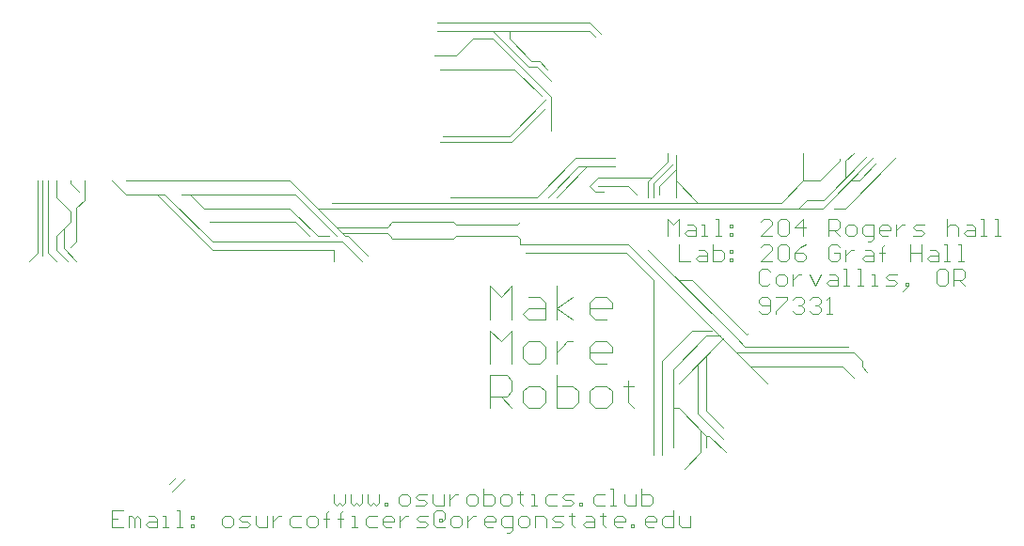
<source format=gtl>
G04 Layer_Physical_Order=1*
G04 Layer_Color=25308*
%FSLAX24Y24*%
%MOIN*%
G70*
G01*
G75*
D27*
X35784Y17661D02*
X35842Y17720D01*
X33858Y19587D02*
X35784Y17661D01*
X33366Y19587D02*
X33858D01*
X35725Y17228D02*
X39373D01*
X35433Y17520D02*
X35725Y17228D01*
X32283Y20669D02*
X35433Y17520D01*
X27953Y20571D02*
X31496D01*
X32480Y19587D01*
Y13386D02*
Y19587D01*
X34843Y14468D02*
X34941Y14370D01*
X34350Y14961D02*
X34843Y14468D01*
X34350Y14961D02*
Y16929D01*
X34055Y14862D02*
X34941Y13976D01*
X34055Y14862D02*
Y16634D01*
X33366Y15945D02*
X34941Y17520D01*
X34449Y14075D02*
X35039Y13484D01*
X34350Y14075D02*
X34449D01*
X33563Y12894D02*
X34154Y13484D01*
Y14272D01*
X34350Y13681D02*
Y14075D01*
X33366Y15059D02*
X34350Y14075D01*
X33169Y15059D02*
X33366D01*
X32776Y13386D02*
Y16732D01*
X33858Y17815D01*
X34547D01*
X33169Y13681D02*
Y16437D01*
X34350Y17618D01*
X34843D01*
X39173Y16535D02*
X39567Y16142D01*
X38287Y16535D02*
X39173D01*
X35925D02*
X38287D01*
X39862D02*
X40059Y16339D01*
X39862Y16535D02*
Y16732D01*
X39567Y17028D02*
X39862Y16732D01*
X35433Y17028D02*
X39567D01*
X31594Y20866D02*
X36516Y15945D01*
X29035Y20866D02*
X31594D01*
X27559Y27067D02*
X28500Y26126D01*
X24902Y27067D02*
X27559D01*
X27362Y24705D02*
X28642Y25984D01*
X25000Y24705D02*
X27362D01*
X27461Y24508D02*
X28639Y25686D01*
X24902Y24508D02*
X27461D01*
X28839Y24902D02*
Y26095D01*
X27811Y27122D02*
X28839Y26095D01*
X27762Y27172D02*
X27811Y27122D01*
X26784Y28150D02*
X27762Y27172D01*
X26083Y28150D02*
X26784D01*
X25492Y27559D02*
X26083Y28150D01*
X24705Y27559D02*
X25492D01*
X28429Y27365D02*
X28728Y27067D01*
X28146Y27365D02*
X28429D01*
X27362Y28150D02*
X28146Y27365D01*
X27362Y28150D02*
Y28445D01*
X28346Y27165D02*
X28839Y26673D01*
X28051Y27165D02*
X28346D01*
X26772Y28445D02*
X28051Y27165D01*
X25787Y28445D02*
X26772D01*
X30217D02*
X30413Y28248D01*
X24803Y28445D02*
X30217D01*
Y28740D02*
X30610Y28346D01*
X24803Y28740D02*
X30217D01*
X33268Y23130D02*
X34055Y22343D01*
X33268Y23130D02*
Y23228D01*
X30512Y22936D02*
X31582D01*
X31880Y22638D01*
X31890D01*
X30413Y22736D02*
X30709D01*
X30217Y22933D02*
X30413Y22736D01*
X30217Y22933D02*
X30506Y23222D01*
X32388D01*
X30118Y23622D02*
X30709D01*
X29035Y22539D02*
X30118Y23622D01*
X30217D02*
X31102D01*
X29823D02*
X30217D01*
X28740Y22539D02*
X29823Y23622D01*
X32280Y22543D02*
Y22638D01*
Y23114D01*
X32972Y23806D01*
Y24114D01*
X39272Y22146D02*
X41043Y23917D01*
X38878Y22146D02*
X39272D01*
X32677Y22933D02*
X33268Y23524D01*
X32677Y22638D02*
Y22933D01*
X34449Y22343D02*
X34646D01*
X32480Y22543D02*
Y23031D01*
X33169Y23720D01*
X33268Y22543D02*
Y24016D01*
X25292Y22543D02*
X28346D01*
X29721Y23917D01*
X31102D01*
X28642Y20866D02*
X30217D01*
X27756D02*
X28642D01*
X27756D02*
Y21063D01*
X27657Y21161D02*
X27756Y21063D01*
X25492Y21161D02*
X27657D01*
X25394Y21063D02*
X25492Y21161D01*
X23228Y21063D02*
X25394D01*
X23130Y21161D02*
X23228Y21063D01*
X23031Y21260D02*
X23130Y21161D01*
X21444Y21260D02*
X23031D01*
X27657Y21555D02*
X27756Y21654D01*
X25492Y21555D02*
X27657D01*
X25394Y21654D02*
X25492Y21555D01*
X23228Y21654D02*
X25394D01*
X23031Y21457D02*
X23228Y21654D01*
X21260Y21457D02*
X23031D01*
X39078Y23914D02*
X39084D01*
Y23828D02*
Y23914D01*
X38386Y23130D02*
X39084Y23828D01*
X37795Y23130D02*
X38386D01*
X37795Y24016D02*
Y24114D01*
Y23130D02*
Y24016D01*
X37008Y22343D02*
X37795Y23130D01*
X21063Y22343D02*
X37008D01*
X39764Y23130D02*
X40354Y23720D01*
X39469Y23130D02*
X39764D01*
X39284Y23831D02*
X39567Y24114D01*
X39284Y23228D02*
Y23831D01*
X38497Y22441D02*
X40016Y23960D01*
X37906Y22441D02*
X38497D01*
X37598Y22133D02*
X37906Y22441D01*
X38472Y22133D02*
X40256Y23917D01*
X20571Y22133D02*
X38472D01*
X20276Y21165D02*
X20285D01*
X19787Y21654D02*
X20276Y21165D01*
X16732Y21654D02*
X19787D01*
X21161Y20276D02*
Y20669D01*
X16831D02*
X21161D01*
X14862Y22638D02*
X16831Y20669D01*
X14173Y22638D02*
X14862D01*
X20568Y21165D02*
X20974D01*
X19587Y22146D02*
X20568Y21165D01*
X16535Y22146D02*
X19587D01*
X16043Y22638D02*
X16535Y22146D01*
X19783Y22638D02*
X21257Y21165D01*
X15748Y22638D02*
X19783D01*
X21654Y21161D02*
X22343Y20472D01*
X21543Y21161D02*
X21654D01*
X19574Y23130D02*
X21543Y21161D01*
X14948Y23130D02*
X19574D01*
X13780D02*
X14948D01*
X21457Y20965D02*
X22146Y20276D01*
X16831Y20965D02*
X21457D01*
X15157Y22638D02*
X16831Y20965D01*
X13780Y22638D02*
X15157D01*
X13287Y23130D02*
X13780Y22638D01*
X11811Y23028D02*
X12103Y22736D01*
X11811Y23028D02*
Y23130D01*
Y20768D02*
X12011Y20968D01*
Y21361D01*
Y22149D01*
X12303Y22441D01*
Y23130D01*
X11565Y20719D02*
X12008Y20276D01*
X11565Y20719D02*
Y21407D01*
X11319Y20669D02*
X11713Y20276D01*
X11319Y20669D02*
Y21161D01*
X11811Y21654D01*
Y22047D01*
X11319Y22539D02*
X11811Y22047D01*
X11319Y22539D02*
Y23130D01*
X10335Y20276D02*
X10630Y20571D01*
Y23130D01*
X11024Y20571D02*
X11319Y20276D01*
X11024Y20571D02*
Y23130D01*
X10827Y20472D02*
Y23130D01*
X15315Y12362D02*
X15551Y12598D01*
X21161Y12014D02*
Y11714D01*
X21261Y11614D01*
X21361Y11714D01*
X21461Y11614D01*
X21561Y11714D01*
Y12014D01*
X21761D02*
Y11714D01*
X21861Y11614D01*
X21961Y11714D01*
X22061Y11614D01*
X22161Y11714D01*
Y12014D01*
X22361D02*
Y11714D01*
X22461Y11614D01*
X22561Y11714D01*
X22661Y11614D01*
X22761Y11714D01*
Y12014D01*
X22961Y11614D02*
Y11714D01*
X23061D01*
Y11614D01*
X22961D01*
X23561D02*
X23761D01*
X23861Y11714D01*
Y11914D01*
X23761Y12014D01*
X23561D01*
X23461Y11914D01*
Y11714D01*
X23561Y11614D01*
X24060D02*
X24360D01*
X24460Y11714D01*
X24360Y11814D01*
X24160D01*
X24060Y11914D01*
X24160Y12014D01*
X24460D01*
X24660D02*
Y11714D01*
X24760Y11614D01*
X25060D01*
Y12014D01*
X25260D02*
Y11614D01*
Y11814D01*
X25360Y11914D01*
X25460Y12014D01*
X25560D01*
X25960Y11614D02*
X26160D01*
X26260Y11714D01*
Y11914D01*
X26160Y12014D01*
X25960D01*
X25860Y11914D01*
Y11714D01*
X25960Y11614D01*
X26460Y12214D02*
Y11614D01*
X26760D01*
X26860Y11714D01*
Y11814D01*
Y11914D01*
X26760Y12014D01*
X26460D01*
X27159Y11614D02*
X27359D01*
X27459Y11714D01*
Y11914D01*
X27359Y12014D01*
X27159D01*
X27060Y11914D01*
Y11714D01*
X27159Y11614D01*
X27759Y12114D02*
Y12014D01*
X27659D01*
X27859D01*
X27759D01*
Y11714D01*
X27859Y11614D01*
X28159D02*
X28359D01*
X28259D01*
Y12014D01*
X28159D01*
X29059D02*
X28759D01*
X28659Y11914D01*
Y11714D01*
X28759Y11614D01*
X29059D01*
X29259D02*
X29559D01*
X29659Y11714D01*
X29559Y11814D01*
X29359D01*
X29259Y11914D01*
X29359Y12014D01*
X29659D01*
X29859Y11614D02*
Y11714D01*
X29959D01*
Y11614D01*
X29859D01*
X30758Y12014D02*
X30458D01*
X30358Y11914D01*
Y11714D01*
X30458Y11614D01*
X30758D01*
X30958D02*
X31158D01*
X31058D01*
Y12214D01*
X30958D01*
X31458Y12014D02*
Y11714D01*
X31558Y11614D01*
X31858D01*
Y12014D01*
X32058Y12214D02*
Y11614D01*
X32358D01*
X32458Y11714D01*
Y11814D01*
Y11914D01*
X32358Y12014D01*
X32058D01*
X13687Y11427D02*
X13287D01*
Y10827D01*
X13687D01*
X13287Y11127D02*
X13487D01*
X13887Y10827D02*
Y11227D01*
X13987D01*
X14087Y11127D01*
Y10827D01*
Y11127D01*
X14187Y11227D01*
X14287Y11127D01*
Y10827D01*
X14587Y11227D02*
X14787D01*
X14887Y11127D01*
Y10827D01*
X14587D01*
X14487Y10927D01*
X14587Y11027D01*
X14887D01*
X15087Y10827D02*
X15287D01*
X15187D01*
Y11227D01*
X15087D01*
X15587Y10827D02*
X15787D01*
X15687D01*
Y11427D01*
X15587D01*
X16086Y11227D02*
X16186D01*
Y11127D01*
X16086D01*
Y11227D01*
Y10927D02*
X16186D01*
Y10827D01*
X16086D01*
Y10927D01*
X17286Y10827D02*
X17486D01*
X17586Y10927D01*
Y11127D01*
X17486Y11227D01*
X17286D01*
X17186Y11127D01*
Y10927D01*
X17286Y10827D01*
X17786D02*
X18086D01*
X18186Y10927D01*
X18086Y11027D01*
X17886D01*
X17786Y11127D01*
X17886Y11227D01*
X18186D01*
X18386D02*
Y10927D01*
X18486Y10827D01*
X18786D01*
Y11227D01*
X18986D02*
Y10827D01*
Y11027D01*
X19086Y11127D01*
X19185Y11227D01*
X19285D01*
X19985D02*
X19685D01*
X19585Y11127D01*
Y10927D01*
X19685Y10827D01*
X19985D01*
X20285D02*
X20485D01*
X20585Y10927D01*
Y11127D01*
X20485Y11227D01*
X20285D01*
X20185Y11127D01*
Y10927D01*
X20285Y10827D01*
X20885D02*
Y11327D01*
Y11127D01*
X20785D01*
X20985D01*
X20885D01*
Y11327D01*
X20985Y11427D01*
X21385Y10827D02*
Y11327D01*
Y11127D01*
X21285D01*
X21485D01*
X21385D01*
Y11327D01*
X21485Y11427D01*
X21785Y10827D02*
X21985D01*
X21885D01*
Y11227D01*
X21785D01*
X22684D02*
X22384D01*
X22284Y11127D01*
Y10927D01*
X22384Y10827D01*
X22684D01*
X23184D02*
X22984D01*
X22884Y10927D01*
Y11127D01*
X22984Y11227D01*
X23184D01*
X23284Y11127D01*
Y11027D01*
X22884D01*
X23484Y11227D02*
Y10827D01*
Y11027D01*
X23584Y11127D01*
X23684Y11227D01*
X23784D01*
X24084Y10827D02*
X24384D01*
X24484Y10927D01*
X24384Y11027D01*
X24184D01*
X24084Y11127D01*
X24184Y11227D01*
X24484D01*
X24984Y11027D02*
Y11127D01*
X24884D01*
Y11027D01*
X24984D01*
X25084Y11127D01*
Y11327D01*
X24984Y11427D01*
X24784D01*
X24684Y11327D01*
Y10927D01*
X24784Y10827D01*
X25084D01*
X25383D02*
X25583D01*
X25683Y10927D01*
Y11127D01*
X25583Y11227D01*
X25383D01*
X25284Y11127D01*
Y10927D01*
X25383Y10827D01*
X25883Y11227D02*
Y10827D01*
Y11027D01*
X25983Y11127D01*
X26083Y11227D01*
X26183D01*
X26783Y10827D02*
X26583D01*
X26483Y10927D01*
Y11127D01*
X26583Y11227D01*
X26783D01*
X26883Y11127D01*
Y11027D01*
X26483D01*
X27283Y10627D02*
X27383D01*
X27483Y10727D01*
Y11227D01*
X27183D01*
X27083Y11127D01*
Y10927D01*
X27183Y10827D01*
X27483D01*
X27783D02*
X27983D01*
X28083Y10927D01*
Y11127D01*
X27983Y11227D01*
X27783D01*
X27683Y11127D01*
Y10927D01*
X27783Y10827D01*
X28283D02*
Y11227D01*
X28582D01*
X28682Y11127D01*
Y10827D01*
X28882D02*
X29182D01*
X29282Y10927D01*
X29182Y11027D01*
X28982D01*
X28882Y11127D01*
X28982Y11227D01*
X29282D01*
X29582Y11327D02*
Y11227D01*
X29482D01*
X29682D01*
X29582D01*
Y10927D01*
X29682Y10827D01*
X30082Y11227D02*
X30282D01*
X30382Y11127D01*
Y10827D01*
X30082D01*
X29982Y10927D01*
X30082Y11027D01*
X30382D01*
X30682Y11327D02*
Y11227D01*
X30582D01*
X30782D01*
X30682D01*
Y10927D01*
X30782Y10827D01*
X31382D02*
X31182D01*
X31082Y10927D01*
Y11127D01*
X31182Y11227D01*
X31382D01*
X31482Y11127D01*
Y11027D01*
X31082D01*
X31681Y10827D02*
Y10927D01*
X31781D01*
Y10827D01*
X31681D01*
X32481D02*
X32281D01*
X32181Y10927D01*
Y11127D01*
X32281Y11227D01*
X32481D01*
X32581Y11127D01*
Y11027D01*
X32181D01*
X33181Y11427D02*
Y10827D01*
X32881D01*
X32781Y10927D01*
Y11127D01*
X32881Y11227D01*
X33181D01*
X33381D02*
Y10927D01*
X33481Y10827D01*
X33781D01*
Y11227D01*
X36220Y18505D02*
X36320Y18406D01*
X36520D01*
X36620Y18505D01*
Y18905D01*
X36520Y19005D01*
X36320D01*
X36220Y18905D01*
Y18805D01*
X36320Y18705D01*
X36620D01*
X36820Y19005D02*
X37220D01*
Y18905D01*
X36820Y18505D01*
Y18406D01*
X37420Y18905D02*
X37520Y19005D01*
X37720D01*
X37820Y18905D01*
Y18805D01*
X37720Y18705D01*
X37620D01*
X37720D01*
X37820Y18605D01*
Y18505D01*
X37720Y18406D01*
X37520D01*
X37420Y18505D01*
X38020Y18905D02*
X38120Y19005D01*
X38320D01*
X38420Y18905D01*
Y18805D01*
X38320Y18705D01*
X38220D01*
X38320D01*
X38420Y18605D01*
Y18505D01*
X38320Y18406D01*
X38120D01*
X38020Y18505D01*
X38620Y18406D02*
X38820D01*
X38720D01*
Y19005D01*
X38620Y18905D01*
X36620Y19890D02*
X36520Y19990D01*
X36320D01*
X36220Y19890D01*
Y19490D01*
X36320Y19390D01*
X36520D01*
X36620Y19490D01*
X36920Y19390D02*
X37120D01*
X37220Y19490D01*
Y19690D01*
X37120Y19790D01*
X36920D01*
X36820Y19690D01*
Y19490D01*
X36920Y19390D01*
X37420Y19790D02*
Y19390D01*
Y19590D01*
X37520Y19690D01*
X37620Y19790D01*
X37720D01*
X38020D02*
X38220Y19390D01*
X38420Y19790D01*
X38720D02*
X38920D01*
X39020Y19690D01*
Y19390D01*
X38720D01*
X38620Y19490D01*
X38720Y19590D01*
X39020D01*
X39220Y19390D02*
X39419D01*
X39319D01*
Y19990D01*
X39220D01*
X39719Y19390D02*
X39919D01*
X39819D01*
Y19990D01*
X39719D01*
X40219Y19390D02*
X40419D01*
X40319D01*
Y19790D01*
X40219D01*
X40719Y19390D02*
X41019D01*
X41119Y19490D01*
X41019Y19590D01*
X40819D01*
X40719Y19690D01*
X40819Y19790D01*
X41119D01*
X41419Y19290D02*
X41519Y19390D01*
Y19490D01*
X41419D01*
Y19390D01*
X41519D01*
X41419Y19290D01*
X41319Y19190D01*
X42818Y19990D02*
X42618D01*
X42518Y19890D01*
Y19490D01*
X42618Y19390D01*
X42818D01*
X42918Y19490D01*
Y19890D01*
X42818Y19990D01*
X43118Y19390D02*
Y19990D01*
X43418D01*
X43518Y19890D01*
Y19690D01*
X43418Y19590D01*
X43118D01*
X43318D02*
X43518Y19390D01*
X33366Y20875D02*
Y20276D01*
X33766D01*
X34066Y20675D02*
X34266D01*
X34366Y20575D01*
Y20276D01*
X34066D01*
X33966Y20376D01*
X34066Y20476D01*
X34366D01*
X34566Y20875D02*
Y20276D01*
X34866D01*
X34966Y20376D01*
Y20476D01*
Y20575D01*
X34866Y20675D01*
X34566D01*
X35166D02*
X35266D01*
Y20575D01*
X35166D01*
Y20675D01*
Y20376D02*
X35266D01*
Y20276D01*
X35166D01*
Y20376D01*
X36665Y20276D02*
X36265D01*
X36665Y20675D01*
Y20775D01*
X36565Y20875D01*
X36365D01*
X36265Y20775D01*
X36865D02*
X36965Y20875D01*
X37165D01*
X37265Y20775D01*
Y20376D01*
X37165Y20276D01*
X36965D01*
X36865Y20376D01*
Y20775D01*
X37865Y20875D02*
X37665Y20775D01*
X37465Y20575D01*
Y20376D01*
X37565Y20276D01*
X37765D01*
X37865Y20376D01*
Y20476D01*
X37765Y20575D01*
X37465D01*
X39064Y20775D02*
X38964Y20875D01*
X38764D01*
X38664Y20775D01*
Y20376D01*
X38764Y20276D01*
X38964D01*
X39064Y20376D01*
Y20575D01*
X38864D01*
X39264Y20675D02*
Y20276D01*
Y20476D01*
X39364Y20575D01*
X39464Y20675D01*
X39564D01*
X39964D02*
X40164D01*
X40264Y20575D01*
Y20276D01*
X39964D01*
X39864Y20376D01*
X39964Y20476D01*
X40264D01*
X40564Y20276D02*
Y20775D01*
Y20575D01*
X40464D01*
X40664D01*
X40564D01*
Y20775D01*
X40664Y20875D01*
X41563D02*
Y20276D01*
Y20575D01*
X41963D01*
Y20875D01*
Y20276D01*
X42263Y20675D02*
X42463D01*
X42563Y20575D01*
Y20276D01*
X42263D01*
X42163Y20376D01*
X42263Y20476D01*
X42563D01*
X42763Y20276D02*
X42963D01*
X42863D01*
Y20875D01*
X42763D01*
X43263Y20276D02*
X43463D01*
X43363D01*
Y20875D01*
X43263D01*
X32972Y21161D02*
Y21761D01*
X33172Y21561D01*
X33372Y21761D01*
Y21161D01*
X33672Y21561D02*
X33872D01*
X33972Y21461D01*
Y21161D01*
X33672D01*
X33572Y21261D01*
X33672Y21361D01*
X33972D01*
X34172Y21161D02*
X34372D01*
X34272D01*
Y21561D01*
X34172D01*
X34672Y21161D02*
X34872D01*
X34772D01*
Y21761D01*
X34672D01*
X35172Y21561D02*
X35272D01*
Y21461D01*
X35172D01*
Y21561D01*
Y21261D02*
X35272D01*
Y21161D01*
X35172D01*
Y21261D01*
X36671Y21161D02*
X36271D01*
X36671Y21561D01*
Y21661D01*
X36571Y21761D01*
X36371D01*
X36271Y21661D01*
X36871D02*
X36971Y21761D01*
X37171D01*
X37271Y21661D01*
Y21261D01*
X37171Y21161D01*
X36971D01*
X36871Y21261D01*
Y21661D01*
X37771Y21161D02*
Y21761D01*
X37471Y21461D01*
X37871D01*
X38671Y21161D02*
Y21761D01*
X38970D01*
X39070Y21661D01*
Y21461D01*
X38970Y21361D01*
X38671D01*
X38871D02*
X39070Y21161D01*
X39370D02*
X39570D01*
X39670Y21261D01*
Y21461D01*
X39570Y21561D01*
X39370D01*
X39270Y21461D01*
Y21261D01*
X39370Y21161D01*
X40070Y20961D02*
X40170D01*
X40270Y21061D01*
Y21561D01*
X39970D01*
X39870Y21461D01*
Y21261D01*
X39970Y21161D01*
X40270D01*
X40770D02*
X40570D01*
X40470Y21261D01*
Y21461D01*
X40570Y21561D01*
X40770D01*
X40870Y21461D01*
Y21361D01*
X40470D01*
X41070Y21561D02*
Y21161D01*
Y21361D01*
X41170Y21461D01*
X41270Y21561D01*
X41370D01*
X41670Y21161D02*
X41970D01*
X42070Y21261D01*
X41970Y21361D01*
X41770D01*
X41670Y21461D01*
X41770Y21561D01*
X42070D01*
X42869Y21761D02*
Y21161D01*
Y21461D01*
X42969Y21561D01*
X43169D01*
X43269Y21461D01*
Y21161D01*
X43569Y21561D02*
X43769D01*
X43869Y21461D01*
Y21161D01*
X43569D01*
X43469Y21261D01*
X43569Y21361D01*
X43869D01*
X44069Y21161D02*
X44269D01*
X44169D01*
Y21761D01*
X44069D01*
X44569Y21161D02*
X44769D01*
X44669D01*
Y21761D01*
X44569D01*
D37*
X15418Y12114D02*
X15863Y12559D01*
X26673Y15059D02*
Y16240D01*
X27264D01*
X27460Y16043D01*
Y15649D01*
X27264Y15453D01*
X26673D01*
X27067D02*
X27460Y15059D01*
X28051D02*
X28444D01*
X28641Y15256D01*
Y15649D01*
X28444Y15846D01*
X28051D01*
X27854Y15649D01*
Y15256D01*
X28051Y15059D01*
X29035Y16240D02*
Y15059D01*
X29625D01*
X29822Y15256D01*
Y15453D01*
Y15649D01*
X29625Y15846D01*
X29035D01*
X30412Y15059D02*
X30806D01*
X31003Y15256D01*
Y15649D01*
X30806Y15846D01*
X30412D01*
X30215Y15649D01*
Y15256D01*
X30412Y15059D01*
X31593Y16043D02*
Y15846D01*
X31396D01*
X31790D01*
X31593D01*
Y15256D01*
X31790Y15059D01*
X26673Y16634D02*
Y17815D01*
X27067Y17421D01*
X27460Y17815D01*
Y16634D01*
X28051D02*
X28444D01*
X28641Y16831D01*
Y17224D01*
X28444Y17421D01*
X28051D01*
X27854Y17224D01*
Y16831D01*
X28051Y16634D01*
X29035Y17421D02*
Y16634D01*
Y17027D01*
X29231Y17224D01*
X29428Y17421D01*
X29625D01*
X30806Y16634D02*
X30412D01*
X30215Y16831D01*
Y17224D01*
X30412Y17421D01*
X30806D01*
X31003Y17224D01*
Y17027D01*
X30215D01*
X26673Y18209D02*
Y19389D01*
X27067Y18996D01*
X27460Y19389D01*
Y18209D01*
X28051Y18996D02*
X28444D01*
X28641Y18799D01*
Y18209D01*
X28051D01*
X27854Y18405D01*
X28051Y18602D01*
X28641D01*
X29035Y18209D02*
Y19389D01*
Y18602D02*
X29625Y18996D01*
X29035Y18602D02*
X29625Y18209D01*
X30806D02*
X30412D01*
X30215Y18405D01*
Y18799D01*
X30412Y18996D01*
X30806D01*
X31003Y18799D01*
Y18602D01*
X30215D01*
D118*
X23922Y29072D02*
D03*
D119*
X19695D02*
D03*
D120*
X18381D02*
D03*
Y29062D02*
D03*
Y29042D02*
D03*
Y29023D02*
D03*
Y29003D02*
D03*
Y28993D02*
D03*
Y28973D02*
D03*
Y28954D02*
D03*
Y28944D02*
D03*
Y28924D02*
D03*
Y28905D02*
D03*
Y28885D02*
D03*
Y28875D02*
D03*
Y28855D02*
D03*
Y28836D02*
D03*
Y28816D02*
D03*
Y28806D02*
D03*
Y28786D02*
D03*
Y28767D02*
D03*
Y28747D02*
D03*
Y28737D02*
D03*
Y28718D02*
D03*
Y28698D02*
D03*
Y28678D02*
D03*
Y28668D02*
D03*
Y28649D02*
D03*
Y28629D02*
D03*
Y28609D02*
D03*
Y28599D02*
D03*
Y28580D02*
D03*
Y28560D02*
D03*
Y28550D02*
D03*
Y28531D02*
D03*
Y28511D02*
D03*
Y28491D02*
D03*
Y28481D02*
D03*
X19513Y28462D02*
D03*
X18381D02*
D03*
X19513Y28442D02*
D03*
X18381D02*
D03*
X19513Y28422D02*
D03*
X18381D02*
D03*
X19513Y28412D02*
D03*
X18381D02*
D03*
X19513Y28393D02*
D03*
X18381D02*
D03*
X19513Y28373D02*
D03*
X18381D02*
D03*
X19513Y28353D02*
D03*
X18381D02*
D03*
X19513Y28344D02*
D03*
X18381D02*
D03*
X19513Y28324D02*
D03*
X18381D02*
D03*
X19513Y28304D02*
D03*
X18381D02*
D03*
X19513Y28284D02*
D03*
X18381D02*
D03*
X19513Y28275D02*
D03*
X18381D02*
D03*
X19513Y28255D02*
D03*
X18381D02*
D03*
X19513Y28235D02*
D03*
X18381D02*
D03*
X19513Y28216D02*
D03*
X18381D02*
D03*
X19513Y28206D02*
D03*
X18381D02*
D03*
X19513Y28186D02*
D03*
X18381D02*
D03*
X19513Y28166D02*
D03*
X18381D02*
D03*
X19513Y28157D02*
D03*
X18381D02*
D03*
X19513Y28137D02*
D03*
X18381D02*
D03*
X19513Y28117D02*
D03*
X18381D02*
D03*
X19513Y28097D02*
D03*
X18381D02*
D03*
X19513Y28088D02*
D03*
X18381D02*
D03*
X19513Y28068D02*
D03*
X18381D02*
D03*
X19513Y28048D02*
D03*
X18381D02*
D03*
X19513Y28029D02*
D03*
X18381D02*
D03*
X19513Y28019D02*
D03*
X18381D02*
D03*
X19513Y27999D02*
D03*
X18381D02*
D03*
X19513Y27979D02*
D03*
X18381D02*
D03*
X19513Y27960D02*
D03*
X18381D02*
D03*
X19513Y27950D02*
D03*
X18381D02*
D03*
X19513Y27930D02*
D03*
X18381D02*
D03*
X19513Y27910D02*
D03*
X18381D02*
D03*
X19513Y27891D02*
D03*
X18381D02*
D03*
X19513Y27881D02*
D03*
X18381D02*
D03*
X19513Y27861D02*
D03*
X18381D02*
D03*
X19513Y27842D02*
D03*
X18381D02*
D03*
X19513Y27822D02*
D03*
X18381D02*
D03*
X19513Y27812D02*
D03*
X18381D02*
D03*
X19513Y27792D02*
D03*
X18381D02*
D03*
X19513Y27773D02*
D03*
X18381D02*
D03*
X19513Y27753D02*
D03*
X18381D02*
D03*
X19513Y27743D02*
D03*
X18381D02*
D03*
X19513Y27723D02*
D03*
X18381D02*
D03*
X19513Y27704D02*
D03*
X18381D02*
D03*
X19513Y27694D02*
D03*
X18381D02*
D03*
X19513Y27674D02*
D03*
X18381D02*
D03*
X19513Y27655D02*
D03*
X18381D02*
D03*
X19513Y27635D02*
D03*
X18381D02*
D03*
X19513Y27625D02*
D03*
X18381D02*
D03*
X19513Y27605D02*
D03*
X18381D02*
D03*
X19513Y27586D02*
D03*
X18381D02*
D03*
X19513Y27566D02*
D03*
X18381D02*
D03*
X19513Y27556D02*
D03*
X18381D02*
D03*
X19513Y27536D02*
D03*
X18381D02*
D03*
X19513Y27517D02*
D03*
X18381D02*
D03*
X19513Y27497D02*
D03*
X18381D02*
D03*
X19513Y27487D02*
D03*
X18381D02*
D03*
Y27468D02*
D03*
Y27448D02*
D03*
Y27428D02*
D03*
Y27418D02*
D03*
Y27399D02*
D03*
Y27379D02*
D03*
Y27359D02*
D03*
Y27349D02*
D03*
Y27330D02*
D03*
Y27310D02*
D03*
Y27300D02*
D03*
Y27281D02*
D03*
Y27261D02*
D03*
Y27241D02*
D03*
Y27231D02*
D03*
Y27212D02*
D03*
Y27192D02*
D03*
Y27172D02*
D03*
Y27162D02*
D03*
Y27143D02*
D03*
Y27123D02*
D03*
Y27103D02*
D03*
Y27094D02*
D03*
Y27074D02*
D03*
Y27054D02*
D03*
Y27034D02*
D03*
Y27025D02*
D03*
Y27005D02*
D03*
Y26985D02*
D03*
X16314Y26916D02*
D03*
Y26907D02*
D03*
Y26887D02*
D03*
X19513Y26867D02*
D03*
X18371D02*
D03*
X16314D02*
D03*
X19513Y26847D02*
D03*
X18371D02*
D03*
X16314D02*
D03*
X19513Y26838D02*
D03*
X18371D02*
D03*
X16314D02*
D03*
X19513Y26818D02*
D03*
X18371D02*
D03*
X16314D02*
D03*
X19513Y26798D02*
D03*
Y26779D02*
D03*
Y26769D02*
D03*
Y26749D02*
D03*
X16324D02*
D03*
X19513Y26729D02*
D03*
Y26710D02*
D03*
Y26700D02*
D03*
X18351D02*
D03*
X19513Y26680D02*
D03*
X18351D02*
D03*
X19513Y26660D02*
D03*
Y26641D02*
D03*
Y26631D02*
D03*
Y26611D02*
D03*
Y26592D02*
D03*
Y26572D02*
D03*
Y26562D02*
D03*
Y26542D02*
D03*
Y26523D02*
D03*
Y26503D02*
D03*
Y26493D02*
D03*
Y26473D02*
D03*
Y26454D02*
D03*
Y26444D02*
D03*
Y26424D02*
D03*
Y26405D02*
D03*
Y26385D02*
D03*
Y26375D02*
D03*
Y26355D02*
D03*
Y26336D02*
D03*
Y26316D02*
D03*
Y26306D02*
D03*
Y26286D02*
D03*
Y26267D02*
D03*
Y26247D02*
D03*
Y26237D02*
D03*
Y26218D02*
D03*
Y26198D02*
D03*
Y26178D02*
D03*
Y26168D02*
D03*
Y26149D02*
D03*
Y26129D02*
D03*
Y26109D02*
D03*
Y26099D02*
D03*
Y26080D02*
D03*
Y26060D02*
D03*
Y26050D02*
D03*
Y26031D02*
D03*
Y26011D02*
D03*
Y25991D02*
D03*
Y25981D02*
D03*
Y25962D02*
D03*
Y25942D02*
D03*
Y25922D02*
D03*
Y25912D02*
D03*
Y25893D02*
D03*
Y25873D02*
D03*
Y25853D02*
D03*
Y25844D02*
D03*
Y25824D02*
D03*
Y25804D02*
D03*
Y25784D02*
D03*
Y25775D02*
D03*
Y25755D02*
D03*
Y25735D02*
D03*
Y25716D02*
D03*
Y25706D02*
D03*
Y25686D02*
D03*
Y25666D02*
D03*
Y25657D02*
D03*
Y25637D02*
D03*
Y25617D02*
D03*
Y25597D02*
D03*
Y25588D02*
D03*
Y25568D02*
D03*
Y25548D02*
D03*
Y25529D02*
D03*
Y25519D02*
D03*
X21530Y24160D02*
D03*
D121*
X16304Y29072D02*
D03*
Y29062D02*
D03*
Y29042D02*
D03*
Y29023D02*
D03*
Y29003D02*
D03*
Y28993D02*
D03*
Y28973D02*
D03*
Y28954D02*
D03*
Y28944D02*
D03*
Y28924D02*
D03*
Y28905D02*
D03*
Y28885D02*
D03*
Y28875D02*
D03*
Y28855D02*
D03*
Y28836D02*
D03*
Y28816D02*
D03*
Y28806D02*
D03*
Y28786D02*
D03*
Y28767D02*
D03*
Y28747D02*
D03*
Y28737D02*
D03*
Y28718D02*
D03*
Y28698D02*
D03*
Y28678D02*
D03*
Y28668D02*
D03*
Y28649D02*
D03*
Y28629D02*
D03*
Y28609D02*
D03*
Y28599D02*
D03*
Y28580D02*
D03*
Y28560D02*
D03*
Y28550D02*
D03*
Y28531D02*
D03*
Y28511D02*
D03*
Y28491D02*
D03*
Y28481D02*
D03*
Y28462D02*
D03*
Y28442D02*
D03*
Y28422D02*
D03*
Y28412D02*
D03*
Y28393D02*
D03*
Y28373D02*
D03*
Y28353D02*
D03*
Y28344D02*
D03*
Y28324D02*
D03*
Y28304D02*
D03*
Y28284D02*
D03*
Y28275D02*
D03*
Y28255D02*
D03*
Y28235D02*
D03*
Y28216D02*
D03*
Y28206D02*
D03*
Y28186D02*
D03*
Y28166D02*
D03*
Y28157D02*
D03*
Y28137D02*
D03*
Y28117D02*
D03*
Y28097D02*
D03*
Y28088D02*
D03*
Y28068D02*
D03*
Y28048D02*
D03*
Y28029D02*
D03*
Y28019D02*
D03*
Y27999D02*
D03*
Y27979D02*
D03*
Y27960D02*
D03*
Y27950D02*
D03*
Y27930D02*
D03*
Y27910D02*
D03*
Y27891D02*
D03*
Y27881D02*
D03*
Y27861D02*
D03*
Y27842D02*
D03*
Y27822D02*
D03*
Y27812D02*
D03*
Y27792D02*
D03*
Y27773D02*
D03*
Y27753D02*
D03*
Y27743D02*
D03*
Y27723D02*
D03*
Y27704D02*
D03*
Y27694D02*
D03*
Y27674D02*
D03*
Y27655D02*
D03*
Y27635D02*
D03*
Y27625D02*
D03*
Y27605D02*
D03*
Y27586D02*
D03*
Y27566D02*
D03*
Y27556D02*
D03*
Y27536D02*
D03*
Y27517D02*
D03*
Y27497D02*
D03*
Y27487D02*
D03*
Y27468D02*
D03*
Y27448D02*
D03*
Y27428D02*
D03*
Y27418D02*
D03*
Y27399D02*
D03*
Y27379D02*
D03*
Y27359D02*
D03*
Y27349D02*
D03*
Y27330D02*
D03*
Y27310D02*
D03*
Y27300D02*
D03*
Y27281D02*
D03*
Y27261D02*
D03*
Y27241D02*
D03*
Y27231D02*
D03*
Y27212D02*
D03*
Y27192D02*
D03*
Y27172D02*
D03*
Y27162D02*
D03*
Y27143D02*
D03*
Y27123D02*
D03*
Y27103D02*
D03*
Y27094D02*
D03*
Y27074D02*
D03*
Y27054D02*
D03*
Y27034D02*
D03*
Y27025D02*
D03*
Y27005D02*
D03*
Y26985D02*
D03*
Y26966D02*
D03*
Y26956D02*
D03*
Y26936D02*
D03*
X18361Y26769D02*
D03*
Y26749D02*
D03*
Y26729D02*
D03*
X18341Y26641D02*
D03*
Y26631D02*
D03*
D122*
X15221Y29072D02*
D03*
X22652Y28353D02*
D03*
X21353Y26129D02*
D03*
X21373Y26099D02*
D03*
D123*
X11767Y29072D02*
D03*
D124*
X23858Y29062D02*
D03*
X15187Y26867D02*
D03*
X22480Y26316D02*
D03*
D125*
X19754Y29062D02*
D03*
D126*
X15162D02*
D03*
D127*
X11762D02*
D03*
X20177Y24761D02*
D03*
X16496Y24731D02*
D03*
X11801Y24485D02*
D03*
X24055Y24072D02*
D03*
X19488Y24023D02*
D03*
X17382D02*
D03*
D128*
X23819Y29052D02*
D03*
X10925Y26208D02*
D03*
X16663Y26188D02*
D03*
X21348Y26139D02*
D03*
D129*
X19788Y29052D02*
D03*
X23489Y28826D02*
D03*
D130*
X18381Y29052D02*
D03*
Y29032D02*
D03*
Y29013D02*
D03*
Y28983D02*
D03*
Y28964D02*
D03*
Y28934D02*
D03*
Y28914D02*
D03*
Y28895D02*
D03*
Y28865D02*
D03*
Y28846D02*
D03*
Y28826D02*
D03*
Y28796D02*
D03*
Y28777D02*
D03*
Y28757D02*
D03*
Y28727D02*
D03*
Y28708D02*
D03*
Y28688D02*
D03*
Y28658D02*
D03*
Y28639D02*
D03*
Y28619D02*
D03*
Y28590D02*
D03*
Y28570D02*
D03*
Y28540D02*
D03*
Y28521D02*
D03*
Y28501D02*
D03*
X19513Y28472D02*
D03*
X18381D02*
D03*
X19513Y28452D02*
D03*
X18381D02*
D03*
X19513Y28432D02*
D03*
X18381D02*
D03*
X19513Y28403D02*
D03*
X18381D02*
D03*
X19513Y28383D02*
D03*
X18381D02*
D03*
X19513Y28363D02*
D03*
X18381D02*
D03*
X19513Y28334D02*
D03*
X18381D02*
D03*
X19513Y28314D02*
D03*
X18381D02*
D03*
X19513Y28294D02*
D03*
X18381D02*
D03*
X19513Y28265D02*
D03*
X18381D02*
D03*
X19513Y28245D02*
D03*
X18381D02*
D03*
X19513Y28225D02*
D03*
X18381D02*
D03*
X19513Y28196D02*
D03*
X18381D02*
D03*
X19513Y28176D02*
D03*
X18381D02*
D03*
X19513Y28147D02*
D03*
X18381D02*
D03*
X19513Y28127D02*
D03*
X18381D02*
D03*
X19513Y28107D02*
D03*
X18381D02*
D03*
X19513Y28078D02*
D03*
X18381D02*
D03*
X19513Y28058D02*
D03*
X18381D02*
D03*
X19513Y28038D02*
D03*
X18381D02*
D03*
X19513Y28009D02*
D03*
X18381D02*
D03*
X19513Y27989D02*
D03*
X18381D02*
D03*
X19513Y27970D02*
D03*
X18381D02*
D03*
X19513Y27940D02*
D03*
X18381D02*
D03*
X19513Y27920D02*
D03*
X18381D02*
D03*
X19513Y27901D02*
D03*
X18381D02*
D03*
X19513Y27871D02*
D03*
X18381D02*
D03*
X19513Y27851D02*
D03*
X18381D02*
D03*
X19513Y27832D02*
D03*
X18381D02*
D03*
X19513Y27802D02*
D03*
X18381D02*
D03*
X19513Y27782D02*
D03*
X18381D02*
D03*
X19513Y27763D02*
D03*
X18381D02*
D03*
X19513Y27733D02*
D03*
X18381D02*
D03*
X19513Y27714D02*
D03*
X18381D02*
D03*
X19513Y27684D02*
D03*
X18381D02*
D03*
X19513Y27664D02*
D03*
X18381D02*
D03*
X19513Y27645D02*
D03*
X18381D02*
D03*
X19513Y27615D02*
D03*
X18381D02*
D03*
X19513Y27596D02*
D03*
X18381D02*
D03*
X19513Y27576D02*
D03*
X18381D02*
D03*
X19513Y27546D02*
D03*
X18381D02*
D03*
X19513Y27527D02*
D03*
X18381D02*
D03*
X19513Y27507D02*
D03*
X18381D02*
D03*
Y27477D02*
D03*
Y27458D02*
D03*
Y27438D02*
D03*
Y27408D02*
D03*
Y27389D02*
D03*
Y27369D02*
D03*
Y27340D02*
D03*
Y27320D02*
D03*
Y27290D02*
D03*
Y27271D02*
D03*
Y27251D02*
D03*
Y27222D02*
D03*
Y27202D02*
D03*
Y27182D02*
D03*
Y27153D02*
D03*
Y27133D02*
D03*
Y27113D02*
D03*
Y27084D02*
D03*
Y27064D02*
D03*
Y27044D02*
D03*
Y27015D02*
D03*
Y26995D02*
D03*
Y26975D02*
D03*
X16314Y26897D02*
D03*
Y26877D02*
D03*
X19513Y26857D02*
D03*
X18371D02*
D03*
X16314D02*
D03*
X19513Y26828D02*
D03*
X18371D02*
D03*
X16314D02*
D03*
X19513Y26808D02*
D03*
X18371D02*
D03*
X19513Y26788D02*
D03*
Y26759D02*
D03*
X16324D02*
D03*
X19513Y26739D02*
D03*
Y26720D02*
D03*
Y26690D02*
D03*
X18351D02*
D03*
X19513Y26670D02*
D03*
X18351D02*
D03*
X19513Y26651D02*
D03*
Y26621D02*
D03*
Y26601D02*
D03*
Y26582D02*
D03*
Y26552D02*
D03*
Y26532D02*
D03*
Y26513D02*
D03*
Y26483D02*
D03*
Y26464D02*
D03*
Y26434D02*
D03*
Y26414D02*
D03*
Y26395D02*
D03*
Y26365D02*
D03*
Y26346D02*
D03*
Y26326D02*
D03*
Y26296D02*
D03*
Y26277D02*
D03*
Y26257D02*
D03*
Y26227D02*
D03*
Y26208D02*
D03*
Y26188D02*
D03*
Y26158D02*
D03*
Y26139D02*
D03*
Y26119D02*
D03*
Y26090D02*
D03*
Y26070D02*
D03*
Y26040D02*
D03*
Y26021D02*
D03*
Y26001D02*
D03*
Y25972D02*
D03*
Y25952D02*
D03*
Y25932D02*
D03*
Y25903D02*
D03*
Y25883D02*
D03*
Y25863D02*
D03*
Y25834D02*
D03*
Y25814D02*
D03*
Y25794D02*
D03*
Y25765D02*
D03*
Y25745D02*
D03*
Y25725D02*
D03*
Y25696D02*
D03*
Y25676D02*
D03*
Y25647D02*
D03*
Y25627D02*
D03*
Y25607D02*
D03*
Y25578D02*
D03*
Y25558D02*
D03*
Y25538D02*
D03*
X14306Y25007D02*
D03*
X21530Y24938D02*
D03*
Y24151D02*
D03*
D131*
X16304Y29052D02*
D03*
Y29032D02*
D03*
Y29013D02*
D03*
Y28983D02*
D03*
Y28964D02*
D03*
Y28934D02*
D03*
Y28914D02*
D03*
Y28895D02*
D03*
Y28865D02*
D03*
Y28846D02*
D03*
Y28826D02*
D03*
Y28796D02*
D03*
Y28777D02*
D03*
Y28757D02*
D03*
Y28727D02*
D03*
Y28708D02*
D03*
Y28688D02*
D03*
Y28658D02*
D03*
Y28639D02*
D03*
Y28619D02*
D03*
Y28590D02*
D03*
Y28570D02*
D03*
Y28540D02*
D03*
Y28521D02*
D03*
Y28501D02*
D03*
Y28472D02*
D03*
Y28452D02*
D03*
Y28432D02*
D03*
Y28403D02*
D03*
Y28383D02*
D03*
Y28363D02*
D03*
Y28334D02*
D03*
Y28314D02*
D03*
Y28294D02*
D03*
Y28265D02*
D03*
Y28245D02*
D03*
Y28225D02*
D03*
Y28196D02*
D03*
Y28176D02*
D03*
Y28147D02*
D03*
Y28127D02*
D03*
Y28107D02*
D03*
Y28078D02*
D03*
Y28058D02*
D03*
Y28038D02*
D03*
Y28009D02*
D03*
Y27989D02*
D03*
Y27970D02*
D03*
Y27940D02*
D03*
Y27920D02*
D03*
Y27901D02*
D03*
Y27871D02*
D03*
Y27851D02*
D03*
Y27832D02*
D03*
Y27802D02*
D03*
Y27782D02*
D03*
Y27763D02*
D03*
Y27733D02*
D03*
Y27714D02*
D03*
Y27684D02*
D03*
Y27664D02*
D03*
Y27645D02*
D03*
Y27615D02*
D03*
Y27596D02*
D03*
Y27576D02*
D03*
Y27546D02*
D03*
Y27527D02*
D03*
Y27507D02*
D03*
Y27477D02*
D03*
Y27458D02*
D03*
Y27438D02*
D03*
Y27408D02*
D03*
Y27389D02*
D03*
Y27369D02*
D03*
Y27340D02*
D03*
Y27320D02*
D03*
Y27290D02*
D03*
Y27271D02*
D03*
Y27251D02*
D03*
Y27222D02*
D03*
Y27202D02*
D03*
Y27182D02*
D03*
Y27153D02*
D03*
Y27133D02*
D03*
Y27113D02*
D03*
Y27084D02*
D03*
Y27064D02*
D03*
Y27044D02*
D03*
Y27015D02*
D03*
Y26995D02*
D03*
Y26975D02*
D03*
Y26946D02*
D03*
X18361Y26759D02*
D03*
Y26739D02*
D03*
Y26720D02*
D03*
X23942Y24121D02*
D03*
X16353D02*
D03*
D132*
X15128Y29052D02*
D03*
D133*
X11762D02*
D03*
X15364Y24722D02*
D03*
D134*
X23784Y29042D02*
D03*
X11757Y28973D02*
D03*
X15074Y26956D02*
D03*
X21491Y25942D02*
D03*
X21511Y25922D02*
D03*
D135*
X19823Y29042D02*
D03*
X20079Y27192D02*
D03*
D136*
X15093Y29042D02*
D03*
X14906Y27074D02*
D03*
X21757Y25666D02*
D03*
D137*
X11762Y29042D02*
D03*
X21545Y24968D02*
D03*
X17382Y24141D02*
D03*
X22963Y24111D02*
D03*
D138*
X23765Y29032D02*
D03*
D139*
X19847D02*
D03*
X20103Y27222D02*
D03*
X11717Y25794D02*
D03*
D140*
X15069Y29032D02*
D03*
X21801Y25627D02*
D03*
D141*
X11757Y29032D02*
D03*
X21186Y28176D02*
D03*
X13834Y28038D02*
D03*
X13843Y28009D02*
D03*
X10536Y27851D02*
D03*
X12938Y27832D02*
D03*
X10527D02*
D03*
X10517Y27802D02*
D03*
X12958Y27763D02*
D03*
X22190Y27714D02*
D03*
X21117D02*
D03*
X12967D02*
D03*
X21088Y27664D02*
D03*
X12977D02*
D03*
X22151Y26995D02*
D03*
Y26975D02*
D03*
X22160Y26946D02*
D03*
Y26926D02*
D03*
X10477D02*
D03*
X10487Y26877D02*
D03*
Y26857D02*
D03*
X10507Y26808D02*
D03*
X12928Y26739D02*
D03*
X12908Y26690D02*
D03*
X12899Y26651D02*
D03*
X15359Y26601D02*
D03*
X15369Y26582D02*
D03*
X16393Y26464D02*
D03*
X15349Y26326D02*
D03*
D142*
X23740Y29023D02*
D03*
D143*
X19867D02*
D03*
X23410Y28718D02*
D03*
X20123Y27241D02*
D03*
Y26887D02*
D03*
X23410Y25784D02*
D03*
D144*
X15044Y29023D02*
D03*
D145*
X11762D02*
D03*
X21122Y28353D02*
D03*
X10709Y28186D02*
D03*
X12785Y28166D02*
D03*
X22372Y28097D02*
D03*
X22362Y28088D02*
D03*
X20699Y26847D02*
D03*
X15305Y26729D02*
D03*
X22283Y26572D02*
D03*
X10659Y26454D02*
D03*
X12746Y26385D02*
D03*
X16486Y26306D02*
D03*
X15276Y26218D02*
D03*
D146*
X23720Y29013D02*
D03*
X14232Y27576D02*
D03*
D147*
X19892Y29013D02*
D03*
X20148Y27271D02*
D03*
D148*
X15025Y29013D02*
D03*
X14464Y27408D02*
D03*
X21875Y25578D02*
D03*
D149*
X11762Y29013D02*
D03*
X12677Y28294D02*
D03*
X22480Y28225D02*
D03*
X20915Y27507D02*
D03*
D150*
X23696Y29003D02*
D03*
D151*
X19906D02*
D03*
X23371Y28649D02*
D03*
Y25844D02*
D03*
X11717D02*
D03*
D152*
X15010Y29003D02*
D03*
D153*
X11762D02*
D03*
X14035Y28442D02*
D03*
X12579Y26237D02*
D03*
X15177Y26149D02*
D03*
D154*
X23681Y28993D02*
D03*
X21762Y25657D02*
D03*
X11713D02*
D03*
D155*
X19921Y28993D02*
D03*
X14764Y28747D02*
D03*
X11752Y28737D02*
D03*
X23356Y28629D02*
D03*
X11713Y25853D02*
D03*
D156*
X14990Y28993D02*
D03*
D157*
X11757D02*
D03*
X12544Y26218D02*
D03*
D158*
X23666Y28983D02*
D03*
D159*
X19941D02*
D03*
X23337Y28590D02*
D03*
D160*
X14975Y28983D02*
D03*
D161*
X11757D02*
D03*
X15113Y26926D02*
D03*
X21363Y26119D02*
D03*
X21383Y26090D02*
D03*
D162*
X23652Y28973D02*
D03*
D163*
X19951D02*
D03*
X23327Y25912D02*
D03*
X17333D02*
D03*
D164*
X14961Y28973D02*
D03*
X19980Y27103D02*
D03*
X23553Y25637D02*
D03*
D165*
X23637Y28964D02*
D03*
X11717Y25676D02*
D03*
D166*
X19965Y28964D02*
D03*
X23312Y28540D02*
D03*
D167*
X14946Y28964D02*
D03*
D168*
X11757D02*
D03*
D169*
X23622Y28954D02*
D03*
X11752Y28905D02*
D03*
X14449Y27418D02*
D03*
X14764Y27172D02*
D03*
D170*
X19975Y28954D02*
D03*
X20231Y27418D02*
D03*
X23302Y25962D02*
D03*
X17338Y25942D02*
D03*
X11717Y25893D02*
D03*
D171*
X14936Y28954D02*
D03*
X11757Y28855D02*
D03*
X17328Y25735D02*
D03*
X11717D02*
D03*
D172*
X11757Y28954D02*
D03*
X14975Y27025D02*
D03*
D173*
X23612Y28944D02*
D03*
X14478Y27399D02*
D03*
X14714Y27212D02*
D03*
X23612Y25597D02*
D03*
D174*
X19990Y28944D02*
D03*
X14695Y28580D02*
D03*
X23287Y28491D02*
D03*
Y28481D02*
D03*
X20246Y27448D02*
D03*
X23287Y25991D02*
D03*
X17333Y25962D02*
D03*
D175*
X14921Y28944D02*
D03*
D176*
X11757D02*
D03*
X14257Y27556D02*
D03*
D177*
X23597Y28934D02*
D03*
X14641Y27271D02*
D03*
X23597Y25607D02*
D03*
D178*
X20000Y28934D02*
D03*
X17333Y25972D02*
D03*
D179*
X14911Y28934D02*
D03*
D180*
X11752D02*
D03*
X14301Y27527D02*
D03*
D181*
X23588Y28924D02*
D03*
D182*
X20010D02*
D03*
X23268Y28442D02*
D03*
Y26031D02*
D03*
D183*
X14901Y28924D02*
D03*
X11752Y28836D02*
D03*
D184*
Y28924D02*
D03*
X14340Y27497D02*
D03*
D185*
X23578Y28914D02*
D03*
D186*
X20015D02*
D03*
X11747Y28658D02*
D03*
X14670Y28501D02*
D03*
X23263Y28432D02*
D03*
X11717Y25932D02*
D03*
D187*
X14892Y28914D02*
D03*
X11752Y28826D02*
D03*
X23484Y25696D02*
D03*
D188*
X11752Y28914D02*
D03*
X21831Y25607D02*
D03*
D189*
X23568Y28905D02*
D03*
D190*
X20025D02*
D03*
X11747Y28649D02*
D03*
X11717Y25942D02*
D03*
D191*
X14882Y28905D02*
D03*
D192*
X23553Y28895D02*
D03*
X19980Y27113D02*
D03*
X21959Y25538D02*
D03*
D193*
X20034Y28895D02*
D03*
X11747Y28639D02*
D03*
X23243Y26090D02*
D03*
X11717Y25952D02*
D03*
D194*
X14872Y28895D02*
D03*
D195*
X11757D02*
D03*
X14552Y27340D02*
D03*
X14582Y27320D02*
D03*
X14611Y27290D02*
D03*
X17328Y25696D02*
D03*
X11717D02*
D03*
D196*
X23543Y28885D02*
D03*
X19990Y27123D02*
D03*
Y27094D02*
D03*
D197*
X20044Y28885D02*
D03*
X11717Y25962D02*
D03*
D198*
X14862Y28885D02*
D03*
D199*
X11757D02*
D03*
X17328Y25706D02*
D03*
X11717D02*
D03*
X23578Y25617D02*
D03*
X21934Y25548D02*
D03*
D200*
X23533Y28875D02*
D03*
X21988Y25529D02*
D03*
D201*
X20049Y28875D02*
D03*
X23228Y26129D02*
D03*
D202*
X14852Y28875D02*
D03*
X11752Y28806D02*
D03*
D203*
Y28875D02*
D03*
X17333Y25716D02*
D03*
D204*
X23524Y28865D02*
D03*
D205*
X20059D02*
D03*
X23218Y26158D02*
D03*
D206*
X14847Y28865D02*
D03*
D207*
X11752D02*
D03*
X17333Y25725D02*
D03*
X23543Y25647D02*
D03*
D208*
X23519Y28855D02*
D03*
X20015Y27074D02*
D03*
X23519Y25666D02*
D03*
D209*
X20064Y28855D02*
D03*
X23214Y26178D02*
D03*
Y26168D02*
D03*
D210*
X14838Y28855D02*
D03*
D211*
X23509Y28846D02*
D03*
X20025Y27064D02*
D03*
X11717Y25745D02*
D03*
X23509Y25676D02*
D03*
D212*
X20074Y28846D02*
D03*
D213*
X14828D02*
D03*
D214*
X11752D02*
D03*
D215*
X23499Y28836D02*
D03*
X11717Y25755D02*
D03*
X22023Y25519D02*
D03*
D216*
X20079Y28836D02*
D03*
D217*
X14823D02*
D03*
X20118Y26907D02*
D03*
X17333Y25824D02*
D03*
X23415Y25775D02*
D03*
D218*
X20084Y28826D02*
D03*
X11747Y28590D02*
D03*
X11717Y26001D02*
D03*
D219*
X14813Y28826D02*
D03*
D220*
X23484Y28816D02*
D03*
D221*
X20089D02*
D03*
D222*
X14808D02*
D03*
D223*
X11752D02*
D03*
X17333Y25784D02*
D03*
X11713Y25775D02*
D03*
D224*
X23474Y28806D02*
D03*
Y25706D02*
D03*
D225*
X20098Y28806D02*
D03*
X13376Y25519D02*
D03*
D226*
X14803Y28806D02*
D03*
D227*
X23465Y28796D02*
D03*
X20069Y27182D02*
D03*
Y26995D02*
D03*
D228*
X20103Y28796D02*
D03*
X11747Y28570D02*
D03*
X11717Y26021D02*
D03*
D229*
X14793Y28796D02*
D03*
D230*
X11752D02*
D03*
X20098Y26946D02*
D03*
D231*
X23460Y28786D02*
D03*
X20074Y26985D02*
D03*
D232*
X20108Y28786D02*
D03*
D233*
X14788D02*
D03*
D234*
X11747D02*
D03*
X11717Y25804D02*
D03*
D235*
X23450Y28777D02*
D03*
X20084Y26975D02*
D03*
X17328Y25794D02*
D03*
D236*
X20113Y28777D02*
D03*
X17338Y26158D02*
D03*
D237*
X14783Y28777D02*
D03*
D238*
X11752D02*
D03*
X23405Y28708D02*
D03*
X20128Y26877D02*
D03*
X17333Y25834D02*
D03*
X23405Y25794D02*
D03*
D239*
X23445Y28767D02*
D03*
X20089Y26966D02*
D03*
D240*
X20118Y28767D02*
D03*
X13465Y25529D02*
D03*
D241*
X14774Y28767D02*
D03*
X11752Y28747D02*
D03*
X20167Y27300D02*
D03*
X17333Y25873D02*
D03*
D242*
X11752Y28767D02*
D03*
X23396Y28698D02*
D03*
X20138Y27261D02*
D03*
X17333Y25844D02*
D03*
X23396Y25804D02*
D03*
D243*
X23440Y28757D02*
D03*
Y25745D02*
D03*
D244*
X20123Y28757D02*
D03*
X11717Y26040D02*
D03*
D245*
X14769Y28757D02*
D03*
D246*
X11747D02*
D03*
X11717Y25834D02*
D03*
D247*
X23430Y28747D02*
D03*
X20103Y26936D02*
D03*
D248*
X20128Y28747D02*
D03*
D249*
X23425Y28737D02*
D03*
D250*
X20133D02*
D03*
X11747Y28531D02*
D03*
X11717Y26050D02*
D03*
D251*
X14759Y28737D02*
D03*
D252*
X23415Y28727D02*
D03*
D253*
X20138D02*
D03*
D254*
X14754D02*
D03*
D255*
X11752D02*
D03*
X23346Y25883D02*
D03*
D256*
X20143Y28718D02*
D03*
X11717Y26060D02*
D03*
D257*
X14749Y28718D02*
D03*
D258*
X11747D02*
D03*
X14739Y28698D02*
D03*
X20202Y27359D02*
D03*
X11717Y25873D02*
D03*
D259*
X20143Y28708D02*
D03*
X11747Y28521D02*
D03*
X11717Y26070D02*
D03*
D260*
X14744Y28708D02*
D03*
X17333Y25903D02*
D03*
D261*
X11752Y28708D02*
D03*
X14724Y28658D02*
D03*
X11713Y25883D02*
D03*
D262*
X20148Y28698D02*
D03*
D263*
X11752D02*
D03*
D264*
X23391Y28688D02*
D03*
Y25814D02*
D03*
D265*
X20152Y28688D02*
D03*
X13706Y25578D02*
D03*
D266*
X14734Y28688D02*
D03*
D267*
X11747D02*
D03*
X23292Y28501D02*
D03*
X20241Y27438D02*
D03*
X11717Y25903D02*
D03*
D268*
X23386Y28678D02*
D03*
D269*
X20157D02*
D03*
Y28668D02*
D03*
D270*
X14729Y28678D02*
D03*
X23322Y28560D02*
D03*
X20212Y27379D02*
D03*
X23322Y25922D02*
D03*
D271*
X11747Y28678D02*
D03*
X11717Y25912D02*
D03*
D272*
X23381Y28668D02*
D03*
X20152Y27281D02*
D03*
X23381Y25824D02*
D03*
D273*
X14724Y28668D02*
D03*
X17333Y25922D02*
D03*
D274*
X11747Y28668D02*
D03*
D275*
X23376Y28658D02*
D03*
X20157Y27290D02*
D03*
X17333Y25863D02*
D03*
X23376Y25834D02*
D03*
D276*
X20162Y28658D02*
D03*
X11717Y26090D02*
D03*
D277*
X20167Y28649D02*
D03*
X13770Y25597D02*
D03*
D278*
X14719Y28649D02*
D03*
D279*
X23361Y28639D02*
D03*
D280*
X20167D02*
D03*
X14370Y26040D02*
D03*
X14350Y26021D02*
D03*
D281*
X14714Y28639D02*
D03*
X20226Y27408D02*
D03*
X17333Y25932D02*
D03*
D282*
X20172Y28629D02*
D03*
X11747Y28491D02*
D03*
X11717Y26099D02*
D03*
X14345Y26011D02*
D03*
X13873Y25637D02*
D03*
X13824Y25617D02*
D03*
D283*
X14710Y28629D02*
D03*
D284*
X11747D02*
D03*
D285*
X23351Y28619D02*
D03*
D286*
X20177D02*
D03*
X14311Y25972D02*
D03*
X13848Y25627D02*
D03*
D287*
X14705Y28619D02*
D03*
X17333Y25952D02*
D03*
D288*
X11747Y28619D02*
D03*
X11717Y25972D02*
D03*
D289*
X23346Y28609D02*
D03*
X20187Y27330D02*
D03*
X17333Y25893D02*
D03*
D290*
X20177Y28609D02*
D03*
X14321Y25981D02*
D03*
X14301Y25962D02*
D03*
D291*
X14700Y28609D02*
D03*
Y28599D02*
D03*
D292*
X11747Y28609D02*
D03*
X11717Y25981D02*
D03*
D293*
X23341Y28599D02*
D03*
Y25893D02*
D03*
D294*
X20182Y28599D02*
D03*
X14257Y25912D02*
D03*
X13932Y25666D02*
D03*
X13912Y25657D02*
D03*
D295*
X11747Y28599D02*
D03*
D296*
X20182Y28590D02*
D03*
X14277Y25932D02*
D03*
X13952Y25676D02*
D03*
X13893Y25647D02*
D03*
D297*
X14695Y28590D02*
D03*
D298*
X23332Y28580D02*
D03*
D299*
X20187D02*
D03*
X14242Y25893D02*
D03*
X14203Y25853D02*
D03*
X14144Y25804D02*
D03*
X14104Y25775D02*
D03*
X14016Y25716D02*
D03*
X14006Y25706D02*
D03*
X13966Y25686D02*
D03*
D300*
X11747Y28580D02*
D03*
X17338Y26109D02*
D03*
X11717Y26011D02*
D03*
D301*
X23327Y28570D02*
D03*
X20207Y27369D02*
D03*
D302*
X20187Y28570D02*
D03*
X11742Y28472D02*
D03*
X14232Y25883D02*
D03*
X14213Y25863D02*
D03*
X14154Y25814D02*
D03*
X14134Y25794D02*
D03*
X14065Y25745D02*
D03*
X14035Y25725D02*
D03*
X13986Y25696D02*
D03*
D303*
X14690Y28570D02*
D03*
D304*
X20192Y28560D02*
D03*
Y28550D02*
D03*
X11747Y28462D02*
D03*
X14080Y25755D02*
D03*
D305*
X14685Y28560D02*
D03*
Y28550D02*
D03*
D306*
X11747Y28560D02*
D03*
X11717Y26031D02*
D03*
D307*
X23317Y28550D02*
D03*
D308*
X11747D02*
D03*
D309*
X20197Y28540D02*
D03*
D310*
X14680D02*
D03*
X20261Y27477D02*
D03*
D311*
X11742Y28540D02*
D03*
X13533Y25538D02*
D03*
D312*
X23307Y28531D02*
D03*
D313*
X20197D02*
D03*
X11722Y26129D02*
D03*
D314*
X14675Y28531D02*
D03*
X17333Y25981D02*
D03*
D315*
X23302Y28521D02*
D03*
D316*
X20202D02*
D03*
Y28501D02*
D03*
X11747Y28452D02*
D03*
X11717Y26139D02*
D03*
D317*
X14675Y28521D02*
D03*
D318*
X23297Y28511D02*
D03*
D319*
X20202D02*
D03*
D320*
X14670D02*
D03*
X23263Y26050D02*
D03*
X17338Y25991D02*
D03*
D321*
X11747Y28511D02*
D03*
X14414Y26109D02*
D03*
X11717Y26080D02*
D03*
X13666Y25568D02*
D03*
D322*
X11747Y28501D02*
D03*
X14385Y26070D02*
D03*
D323*
X20207Y28491D02*
D03*
Y28481D02*
D03*
D324*
X14665Y28491D02*
D03*
Y28481D02*
D03*
D325*
X11747D02*
D03*
X11717Y26109D02*
D03*
X14286Y25942D02*
D03*
X14267Y25922D02*
D03*
D326*
X23282Y28472D02*
D03*
X20251Y27458D02*
D03*
X23282Y26001D02*
D03*
D327*
X20930Y28472D02*
D03*
X14109Y27664D02*
D03*
X21471Y25972D02*
D03*
D328*
X14660Y28472D02*
D03*
X23253Y26070D02*
D03*
D329*
X23278Y28462D02*
D03*
X20256Y27468D02*
D03*
X23278Y26011D02*
D03*
D330*
X20979Y28462D02*
D03*
X14060Y27704D02*
D03*
D331*
X14114Y28462D02*
D03*
X10955Y26198D02*
D03*
X21437Y26011D02*
D03*
D332*
X23273Y28452D02*
D03*
Y26021D02*
D03*
D333*
X21004Y28452D02*
D03*
D334*
X14065D02*
D03*
X22618Y28334D02*
D03*
D335*
X21028Y28442D02*
D03*
D336*
X11742D02*
D03*
D337*
X21043Y28432D02*
D03*
X22520Y28265D02*
D03*
X15226Y26828D02*
D03*
D338*
X14016Y28432D02*
D03*
X12628Y28334D02*
D03*
X10856D02*
D03*
X18081Y26208D02*
D03*
D339*
X11742Y28432D02*
D03*
D340*
X23258Y28422D02*
D03*
Y28412D02*
D03*
Y26060D02*
D03*
D341*
X21058Y28422D02*
D03*
X22397Y26405D02*
D03*
X10782Y26306D02*
D03*
X12653Y26286D02*
D03*
D342*
X14001Y28422D02*
D03*
X15231Y26818D02*
D03*
X22406Y26385D02*
D03*
D343*
X11747Y28422D02*
D03*
X11717Y26168D02*
D03*
D344*
X21068Y28412D02*
D03*
X13981D02*
D03*
X13942Y27812D02*
D03*
X22377Y26424D02*
D03*
X10753Y26336D02*
D03*
X12672Y26306D02*
D03*
X16540Y26247D02*
D03*
X15231Y26178D02*
D03*
D345*
X11747Y28412D02*
D03*
D346*
X22795Y28403D02*
D03*
D347*
X21083D02*
D03*
X12707Y28265D02*
D03*
X22451Y28196D02*
D03*
X10738Y26346D02*
D03*
D348*
X13966Y28403D02*
D03*
X10777Y28265D02*
D03*
D349*
X12480Y28403D02*
D03*
X22608Y26227D02*
D03*
X21526Y25903D02*
D03*
D350*
X11004Y28403D02*
D03*
X14134Y27645D02*
D03*
X12461Y26188D02*
D03*
D351*
X22751Y28393D02*
D03*
X14188Y27605D02*
D03*
D352*
X21092Y28393D02*
D03*
X13957D02*
D03*
X10768Y28255D02*
D03*
X22421Y28166D02*
D03*
X15276Y26769D02*
D03*
X22342Y26473D02*
D03*
X10709Y26385D02*
D03*
X10718Y26375D02*
D03*
X18140Y26247D02*
D03*
X15256Y26198D02*
D03*
D353*
X12520Y28393D02*
D03*
X10974D02*
D03*
X12500Y26198D02*
D03*
X21368Y26109D02*
D03*
X21388Y26080D02*
D03*
D354*
X22716Y28383D02*
D03*
X15049Y26975D02*
D03*
X10984Y26188D02*
D03*
X21555Y25863D02*
D03*
D355*
X21097Y28383D02*
D03*
X12741Y28225D02*
D03*
X10743D02*
D03*
X22318Y26513D02*
D03*
X10704Y26395D02*
D03*
X12712Y26346D02*
D03*
X16511Y26277D02*
D03*
X18154Y26257D02*
D03*
D356*
X13947Y28383D02*
D03*
X12766Y28196D02*
D03*
X22392Y28127D02*
D03*
X20679Y26857D02*
D03*
X15295Y26739D02*
D03*
X22303Y26532D02*
D03*
X12726Y26365D02*
D03*
X15266Y26208D02*
D03*
D357*
X12544Y28383D02*
D03*
D358*
X10945D02*
D03*
X22529Y26277D02*
D03*
X18022Y26188D02*
D03*
D359*
X22697Y28373D02*
D03*
D360*
X21102D02*
D03*
X10728Y28216D02*
D03*
X12756Y28206D02*
D03*
X22401Y28137D02*
D03*
X13907Y27861D02*
D03*
X20964Y27536D02*
D03*
X10679Y26424D02*
D03*
X10689Y26405D02*
D03*
X12716Y26355D02*
D03*
D361*
X13932Y28373D02*
D03*
X12771Y28186D02*
D03*
X22387Y28117D02*
D03*
X22288Y26562D02*
D03*
X10664Y26444D02*
D03*
X16501Y26286D02*
D03*
X18164Y26267D02*
D03*
X11717Y25568D02*
D03*
D362*
X12564Y28373D02*
D03*
X15162Y26887D02*
D03*
X22515Y26286D02*
D03*
D363*
X10925Y28373D02*
D03*
X11713Y25597D02*
D03*
D364*
X22672Y28363D02*
D03*
D365*
X21117D02*
D03*
X13902Y27871D02*
D03*
X10684Y26414D02*
D03*
D366*
X13922Y28363D02*
D03*
X12810Y28127D02*
D03*
X20723Y26828D02*
D03*
X15310Y26720D02*
D03*
X22278Y26582D02*
D03*
X10654Y26464D02*
D03*
D367*
X12584Y28363D02*
D03*
X10901D02*
D03*
X22584Y28314D02*
D03*
X14021Y27733D02*
D03*
X15172Y26877D02*
D03*
D368*
X13917Y28353D02*
D03*
X13907Y28344D02*
D03*
X12805Y28137D02*
D03*
X12815Y28117D02*
D03*
X10659D02*
D03*
X22333Y28048D02*
D03*
X21004Y27566D02*
D03*
X22254Y26631D02*
D03*
X22264Y26611D02*
D03*
X10630Y26503D02*
D03*
X12795Y26454D02*
D03*
X16476Y26316D02*
D03*
X15295Y26237D02*
D03*
D369*
X12603Y28353D02*
D03*
X10891D02*
D03*
X22574Y28304D02*
D03*
X14011Y27743D02*
D03*
X10851Y26247D02*
D03*
X18056Y26198D02*
D03*
D370*
X22633Y28344D02*
D03*
X14070Y27694D02*
D03*
X22544Y26267D02*
D03*
D371*
X21127Y28344D02*
D03*
X10694Y28166D02*
D03*
X10674Y28137D02*
D03*
X13893Y27881D02*
D03*
X20989Y27556D02*
D03*
X20714Y26838D02*
D03*
X15320Y26700D02*
D03*
X22269Y26592D02*
D03*
X10645Y26473D02*
D03*
D372*
X12613Y28344D02*
D03*
X10871D02*
D03*
X22544Y28284D02*
D03*
X14001Y27753D02*
D03*
X15202Y26847D02*
D03*
X22456Y26336D02*
D03*
D373*
X21132Y28334D02*
D03*
X10669Y28127D02*
D03*
X22244Y26651D02*
D03*
X10600Y24190D02*
D03*
D374*
X13898Y28334D02*
D03*
X21142Y28314D02*
D03*
X22303Y27989D02*
D03*
X22234Y26670D02*
D03*
X15335D02*
D03*
X17323Y25558D02*
D03*
D375*
X22598Y28324D02*
D03*
X14035Y27723D02*
D03*
D376*
X21137Y28324D02*
D03*
X12830Y28097D02*
D03*
Y28088D02*
D03*
X22328Y28029D02*
D03*
X22318Y28019D02*
D03*
X13873Y27910D02*
D03*
X20733Y26818D02*
D03*
X15330Y26680D02*
D03*
X22239Y26660D02*
D03*
X22249Y26641D02*
D03*
X10595Y26562D02*
D03*
X10605Y26542D02*
D03*
X10615Y26523D02*
D03*
X12790Y26444D02*
D03*
X16462Y26336D02*
D03*
X18204Y26306D02*
D03*
X10605Y24948D02*
D03*
X10595Y24180D02*
D03*
D377*
X13893Y28324D02*
D03*
X21156Y28284D02*
D03*
X10625Y28048D02*
D03*
X12869Y28029D02*
D03*
Y28019D02*
D03*
X10605D02*
D03*
X22288Y27960D02*
D03*
X21038Y27605D02*
D03*
X20782Y26769D02*
D03*
X20802Y26749D02*
D03*
X22219Y26710D02*
D03*
X20832D02*
D03*
X15340Y26660D02*
D03*
X10576Y26611D02*
D03*
X12820Y26493D02*
D03*
X18223Y26336D02*
D03*
X15320Y26267D02*
D03*
D378*
X12643Y28324D02*
D03*
X22534Y28275D02*
D03*
X22436Y26355D02*
D03*
D379*
X10846Y28324D02*
D03*
X22510Y28255D02*
D03*
X22421Y26375D02*
D03*
X16585Y26218D02*
D03*
D380*
X13883Y28314D02*
D03*
X12849Y28058D02*
D03*
X10625D02*
D03*
X12859Y28038D02*
D03*
X10615D02*
D03*
X22288Y27970D02*
D03*
X13863Y27940D02*
D03*
X20792Y26759D02*
D03*
X20812Y26739D02*
D03*
X22219Y26720D02*
D03*
X10576Y26601D02*
D03*
X10586Y26582D02*
D03*
X12830Y26513D02*
D03*
X16442Y26365D02*
D03*
X18214Y26326D02*
D03*
X21107Y26277D02*
D03*
X21137Y26227D02*
D03*
X10605Y24958D02*
D03*
D381*
X12652Y28314D02*
D03*
X13971Y27782D02*
D03*
D382*
X10832Y28314D02*
D03*
X16570Y26227D02*
D03*
D383*
X21152Y28304D02*
D03*
X10650Y28097D02*
D03*
X10640Y28088D02*
D03*
X12844Y28068D02*
D03*
X10630D02*
D03*
X22293Y27979D02*
D03*
X13868Y27930D02*
D03*
X21024Y27586D02*
D03*
X20758Y26798D02*
D03*
X22224Y26700D02*
D03*
X10581Y26592D02*
D03*
X12825Y26503D02*
D03*
X12805Y26473D02*
D03*
X18209Y26316D02*
D03*
D384*
X13878Y28304D02*
D03*
X21161Y28275D02*
D03*
X10610Y28029D02*
D03*
X10590Y27999D02*
D03*
X12884Y27979D02*
D03*
X13858Y27950D02*
D03*
X22274Y27930D02*
D03*
X22205Y26769D02*
D03*
Y26749D02*
D03*
X20817Y26729D02*
D03*
X20837Y26700D02*
D03*
X20866Y26660D02*
D03*
X10561Y26641D02*
D03*
Y26631D02*
D03*
X20915Y26592D02*
D03*
X20935Y26562D02*
D03*
X12835Y26523D02*
D03*
X21004Y26444D02*
D03*
X21073Y26336D02*
D03*
X21092Y26306D02*
D03*
X21102Y26286D02*
D03*
X21122Y26247D02*
D03*
X21142Y26218D02*
D03*
X10610Y24968D02*
D03*
D385*
X12667Y28304D02*
D03*
X10817D02*
D03*
X18100Y26218D02*
D03*
D386*
X22559Y28294D02*
D03*
X15197Y26857D02*
D03*
X22470Y26326D02*
D03*
X10837Y26257D02*
D03*
X16604Y26208D02*
D03*
D387*
X21152Y28294D02*
D03*
X10640Y28078D02*
D03*
X22313Y28009D02*
D03*
X21033Y27596D02*
D03*
X20768Y26788D02*
D03*
X22224Y26690D02*
D03*
X10600Y26552D02*
D03*
X12815Y26483D02*
D03*
X16457Y26346D02*
D03*
X15305Y26257D02*
D03*
X10600Y24170D02*
D03*
D388*
X13873Y28294D02*
D03*
X21166Y28245D02*
D03*
X21176Y28225D02*
D03*
X13853Y27970D02*
D03*
X12899Y27940D02*
D03*
X12908Y27920D02*
D03*
X22259Y27901D02*
D03*
X12918D02*
D03*
X12928Y27871D02*
D03*
X22180Y26828D02*
D03*
X22190Y26808D02*
D03*
X10526Y26720D02*
D03*
X20861Y26670D02*
D03*
X10546D02*
D03*
X10556Y26651D02*
D03*
X20910Y26601D02*
D03*
X12879D02*
D03*
X20920Y26582D02*
D03*
X12869D02*
D03*
X20940Y26552D02*
D03*
X20950Y26532D02*
D03*
X18243Y26365D02*
D03*
X21078Y26326D02*
D03*
X15330Y26296D02*
D03*
D389*
X10807Y28294D02*
D03*
D390*
X13873Y28284D02*
D03*
X21166Y28255D02*
D03*
X21176Y28235D02*
D03*
X10586Y27979D02*
D03*
X13853Y27960D02*
D03*
X10576D02*
D03*
X12899Y27950D02*
D03*
X10576D02*
D03*
X12908Y27930D02*
D03*
X22249Y27891D02*
D03*
X12918D02*
D03*
X22249Y27881D02*
D03*
X22239Y27861D02*
D03*
X21068Y27635D02*
D03*
X21058Y27625D02*
D03*
X22180Y26847D02*
D03*
Y26838D02*
D03*
X22190Y26818D02*
D03*
Y26798D02*
D03*
X10526Y26729D02*
D03*
X10536Y26710D02*
D03*
Y26700D02*
D03*
X10546Y26680D02*
D03*
X20881Y26641D02*
D03*
X20891Y26631D02*
D03*
X15349D02*
D03*
X20900Y26611D02*
D03*
X12879D02*
D03*
X12869Y26592D02*
D03*
X12859Y26562D02*
D03*
X20960Y26523D02*
D03*
X20969Y26503D02*
D03*
X20989Y26473D02*
D03*
X20999Y26454D02*
D03*
X21019Y26424D02*
D03*
X16412D02*
D03*
X21028Y26405D02*
D03*
X16422D02*
D03*
X16432Y26385D02*
D03*
X21048Y26375D02*
D03*
X18233Y26355D02*
D03*
X15330Y26286D02*
D03*
D391*
X12687Y28284D02*
D03*
X15256Y26798D02*
D03*
D392*
X10797Y28284D02*
D03*
X22470Y28216D02*
D03*
X10768Y26316D02*
D03*
X16555Y26237D02*
D03*
D393*
X13868Y28275D02*
D03*
X21181Y28216D02*
D03*
Y28206D02*
D03*
X12913Y27910D02*
D03*
X10551Y27891D02*
D03*
X12933Y27861D02*
D03*
Y27842D02*
D03*
X22224Y27822D02*
D03*
X21083Y27655D02*
D03*
X22175Y26867D02*
D03*
X10512Y26779D02*
D03*
Y26769D02*
D03*
X12894Y26641D02*
D03*
Y26631D02*
D03*
X18258Y26385D02*
D03*
X15344Y26316D02*
D03*
D394*
X12697Y28275D02*
D03*
X22461Y28206D02*
D03*
X22441Y28186D02*
D03*
X20935Y27517D02*
D03*
X15266Y26779D02*
D03*
X22352Y26454D02*
D03*
X18130Y26237D02*
D03*
X17323Y25568D02*
D03*
D395*
X10787Y28275D02*
D03*
X13937Y27822D02*
D03*
X22362Y26444D02*
D03*
D396*
X21161Y28265D02*
D03*
X12874Y28009D02*
D03*
X12884Y27989D02*
D03*
X10590D02*
D03*
X22274Y27940D02*
D03*
X21053Y27615D02*
D03*
X22205Y26759D02*
D03*
X20846Y26690D02*
D03*
X10541D02*
D03*
X20896Y26621D02*
D03*
X10571D02*
D03*
X12854Y26552D02*
D03*
X20964Y26513D02*
D03*
X20984Y26483D02*
D03*
X21024Y26414D02*
D03*
X21033Y26395D02*
D03*
X16427D02*
D03*
X21053Y26365D02*
D03*
X18228Y26346D02*
D03*
X21092Y26296D02*
D03*
X21122Y26257D02*
D03*
X21161Y26188D02*
D03*
D397*
X13858Y28265D02*
D03*
X13848Y27989D02*
D03*
X10571Y27940D02*
D03*
X10561Y27920D02*
D03*
X10541Y27871D02*
D03*
X22234Y27851D02*
D03*
X22214Y27802D02*
D03*
X21073Y27645D02*
D03*
X22165Y26897D02*
D03*
X10522Y26759D02*
D03*
Y26739D02*
D03*
X12903Y26670D02*
D03*
X15354Y26621D02*
D03*
X12884D02*
D03*
X16417Y26414D02*
D03*
X10610Y24977D02*
D03*
D398*
X13853Y28255D02*
D03*
X12948Y27792D02*
D03*
X22210Y27773D02*
D03*
X10497Y26847D02*
D03*
Y26838D02*
D03*
X18273Y26424D02*
D03*
D399*
X12712Y28255D02*
D03*
X10733Y26355D02*
D03*
X12682Y26316D02*
D03*
D400*
X22500Y28245D02*
D03*
X15246Y26808D02*
D03*
X22402Y26395D02*
D03*
X10787Y26296D02*
D03*
X12638Y26277D02*
D03*
X11713Y25578D02*
D03*
D401*
X13853Y28245D02*
D03*
X12948Y27802D02*
D03*
X22210Y27782D02*
D03*
X12948D02*
D03*
X21097Y27684D02*
D03*
X10497Y26828D02*
D03*
X12741Y24190D02*
D03*
D402*
X12726Y28245D02*
D03*
X10758D02*
D03*
X22431Y28176D02*
D03*
X13927Y27832D02*
D03*
X22333Y26483D02*
D03*
D403*
X22485Y28235D02*
D03*
D404*
X13848D02*
D03*
X13839Y28206D02*
D03*
Y28019D02*
D03*
X10512Y27773D02*
D03*
X10502Y27753D02*
D03*
X21132Y27743D02*
D03*
X12963D02*
D03*
X10502D02*
D03*
X22195Y27723D02*
D03*
X10502D02*
D03*
X21112Y27704D02*
D03*
X10492D02*
D03*
Y27694D02*
D03*
X22175Y27655D02*
D03*
X12982D02*
D03*
X10482D02*
D03*
X12982Y27635D02*
D03*
Y27625D02*
D03*
Y27605D02*
D03*
X12992Y27586D02*
D03*
Y27566D02*
D03*
X22155Y27556D02*
D03*
X12992D02*
D03*
X13002Y27468D02*
D03*
Y27448D02*
D03*
X22136Y27143D02*
D03*
X10453D02*
D03*
X22136Y27123D02*
D03*
Y27103D02*
D03*
Y27094D02*
D03*
X22146Y27054D02*
D03*
X10463D02*
D03*
X22146Y27034D02*
D03*
X10463D02*
D03*
X22146Y27025D02*
D03*
X10463D02*
D03*
X22146Y27005D02*
D03*
X10463D02*
D03*
X22155Y26956D02*
D03*
X10482Y26916D02*
D03*
Y26907D02*
D03*
X12963Y26867D02*
D03*
X12953Y26818D02*
D03*
X12943Y26798D02*
D03*
Y26779D02*
D03*
X12933Y26749D02*
D03*
X15374Y26542D02*
D03*
Y26523D02*
D03*
Y26503D02*
D03*
X15364Y26385D02*
D03*
Y26375D02*
D03*
X12736Y24180D02*
D03*
X10600Y24141D02*
D03*
D405*
X12731Y28235D02*
D03*
X12751Y28216D02*
D03*
D406*
X10748Y28235D02*
D03*
X20659Y26867D02*
D03*
X22323Y26503D02*
D03*
D407*
X13848Y28225D02*
D03*
X13839Y28196D02*
D03*
X10512Y27782D02*
D03*
X22205Y27763D02*
D03*
X10512D02*
D03*
X22195Y27733D02*
D03*
X12963D02*
D03*
X10502D02*
D03*
X10492Y27684D02*
D03*
X22175Y27664D02*
D03*
Y27645D02*
D03*
X12982D02*
D03*
X10482D02*
D03*
X12982Y27615D02*
D03*
X12992Y27576D02*
D03*
Y27546D02*
D03*
X13002Y27477D02*
D03*
Y27458D02*
D03*
Y27438D02*
D03*
X10453Y27153D02*
D03*
X22136Y27133D02*
D03*
X10453D02*
D03*
X22136Y27113D02*
D03*
Y27084D02*
D03*
X22146Y27044D02*
D03*
X10463D02*
D03*
X22146Y27015D02*
D03*
X10463D02*
D03*
X10482Y26897D02*
D03*
X12963Y26857D02*
D03*
X12953Y26828D02*
D03*
X12943Y26788D02*
D03*
X12933Y26759D02*
D03*
X15374Y26552D02*
D03*
Y26532D02*
D03*
Y26513D02*
D03*
X16388Y26483D02*
D03*
X18278Y26434D02*
D03*
X18268Y26414D02*
D03*
D408*
X13843Y28216D02*
D03*
X21156Y27792D02*
D03*
X10487Y27674D02*
D03*
X22151Y27536D02*
D03*
Y27517D02*
D03*
Y27497D02*
D03*
X10458D02*
D03*
Y27487D02*
D03*
Y27468D02*
D03*
Y27448D02*
D03*
X13007Y27428D02*
D03*
X10458D02*
D03*
X13007Y27418D02*
D03*
Y27399D02*
D03*
Y27379D02*
D03*
Y27359D02*
D03*
X22131Y27349D02*
D03*
X13007D02*
D03*
X22131Y27330D02*
D03*
X13007D02*
D03*
X22131Y27310D02*
D03*
X13007D02*
D03*
X22131Y27300D02*
D03*
X13007D02*
D03*
X22131Y27281D02*
D03*
X13007D02*
D03*
X22131Y27261D02*
D03*
X13007D02*
D03*
X22131Y27241D02*
D03*
X13007D02*
D03*
X22131Y27231D02*
D03*
X13007D02*
D03*
X22131Y27212D02*
D03*
X13007D02*
D03*
X22131Y27192D02*
D03*
X13007D02*
D03*
X22131Y27172D02*
D03*
X13007D02*
D03*
X22131Y27162D02*
D03*
X10458Y27123D02*
D03*
Y27103D02*
D03*
Y27094D02*
D03*
Y27074D02*
D03*
X12987Y27025D02*
D03*
Y27005D02*
D03*
Y26985D02*
D03*
X12958Y26847D02*
D03*
Y26838D02*
D03*
X15369Y26493D02*
D03*
X18282Y26454D02*
D03*
X15369D02*
D03*
X18282Y26444D02*
D03*
X15369D02*
D03*
Y26424D02*
D03*
Y26405D02*
D03*
D409*
X10723Y28206D02*
D03*
X22298Y26542D02*
D03*
X12741Y26375D02*
D03*
D410*
X21181Y28196D02*
D03*
X10551Y27901D02*
D03*
X22244Y27871D02*
D03*
X12933Y27851D02*
D03*
X22224Y27832D02*
D03*
X22175Y26877D02*
D03*
Y26857D02*
D03*
X10512Y26788D02*
D03*
X16407Y26434D02*
D03*
X18258Y26395D02*
D03*
X11713Y25558D02*
D03*
X10600Y24151D02*
D03*
D411*
X10714Y28196D02*
D03*
X12780Y28176D02*
D03*
X22377Y28107D02*
D03*
X10674Y26434D02*
D03*
X18174Y26277D02*
D03*
D412*
X21186Y28186D02*
D03*
Y28166D02*
D03*
Y28157D02*
D03*
X13834Y28029D02*
D03*
X13843Y27999D02*
D03*
X10546Y27881D02*
D03*
X10536Y27861D02*
D03*
X10527Y27842D02*
D03*
Y27822D02*
D03*
X22219Y27812D02*
D03*
X10517Y27792D02*
D03*
X12958Y27773D02*
D03*
X22200Y27753D02*
D03*
X12958D02*
D03*
X22200Y27743D02*
D03*
X12967Y27723D02*
D03*
Y27704D02*
D03*
X21107Y27694D02*
D03*
X22151Y26985D02*
D03*
Y26966D02*
D03*
X22160Y26936D02*
D03*
Y26916D02*
D03*
X10487Y26887D02*
D03*
Y26867D02*
D03*
X10507Y26798D02*
D03*
X12938Y26769D02*
D03*
X12928Y26729D02*
D03*
X12918Y26710D02*
D03*
Y26700D02*
D03*
X12908Y26680D02*
D03*
X12899Y26660D02*
D03*
X15359Y26592D02*
D03*
X15369Y26572D02*
D03*
Y26562D02*
D03*
X16393Y26473D02*
D03*
X16403Y26454D02*
D03*
Y26444D02*
D03*
X18263Y26405D02*
D03*
X15349Y26336D02*
D03*
D413*
X13834Y28186D02*
D03*
Y28166D02*
D03*
Y28157D02*
D03*
Y28137D02*
D03*
Y28097D02*
D03*
X21196Y28088D02*
D03*
X13834D02*
D03*
X21196Y28068D02*
D03*
Y28048D02*
D03*
Y28029D02*
D03*
Y28019D02*
D03*
Y27999D02*
D03*
X21147Y27773D02*
D03*
X21137Y27753D02*
D03*
X22180Y27674D02*
D03*
X22170Y27635D02*
D03*
X10477D02*
D03*
Y27625D02*
D03*
Y27605D02*
D03*
X22160Y27586D02*
D03*
Y27566D02*
D03*
X10467D02*
D03*
Y27556D02*
D03*
X12997Y27536D02*
D03*
X10467D02*
D03*
X12997Y27517D02*
D03*
Y27497D02*
D03*
Y27487D02*
D03*
X22141Y27468D02*
D03*
Y27448D02*
D03*
Y27428D02*
D03*
Y27418D02*
D03*
X10448Y27379D02*
D03*
Y27359D02*
D03*
Y27349D02*
D03*
Y27330D02*
D03*
Y27310D02*
D03*
Y27300D02*
D03*
Y27281D02*
D03*
Y27261D02*
D03*
Y27241D02*
D03*
Y27231D02*
D03*
Y27212D02*
D03*
Y27192D02*
D03*
Y27172D02*
D03*
Y27162D02*
D03*
X12997Y27123D02*
D03*
Y27103D02*
D03*
Y27094D02*
D03*
X22141Y27074D02*
D03*
X12997D02*
D03*
Y27054D02*
D03*
X12977Y26966D02*
D03*
Y26956D02*
D03*
Y26936D02*
D03*
Y26916D02*
D03*
X12967Y26887D02*
D03*
X16373Y26523D02*
D03*
X16383Y26493D02*
D03*
X18292Y26473D02*
D03*
X23962Y24643D02*
D03*
X16373D02*
D03*
D414*
X13834Y28176D02*
D03*
Y28147D02*
D03*
Y28107D02*
D03*
X21196Y28078D02*
D03*
X13834D02*
D03*
X21196Y28058D02*
D03*
Y28038D02*
D03*
Y28009D02*
D03*
Y27989D02*
D03*
X21186Y27920D02*
D03*
X21166Y27832D02*
D03*
X21147Y27782D02*
D03*
X21127Y27733D02*
D03*
X10497Y27714D02*
D03*
X10477Y27615D02*
D03*
X22160Y27596D02*
D03*
Y27576D02*
D03*
X10467D02*
D03*
Y27546D02*
D03*
X12997Y27527D02*
D03*
X10467D02*
D03*
X12997Y27507D02*
D03*
X22141Y27477D02*
D03*
Y27458D02*
D03*
Y27438D02*
D03*
Y27408D02*
D03*
X10448Y27369D02*
D03*
Y27340D02*
D03*
Y27320D02*
D03*
Y27290D02*
D03*
Y27271D02*
D03*
Y27251D02*
D03*
Y27222D02*
D03*
Y27202D02*
D03*
Y27182D02*
D03*
X12997Y27113D02*
D03*
Y27084D02*
D03*
X22141Y27064D02*
D03*
X12997D02*
D03*
X10467Y26995D02*
D03*
X12977Y26946D02*
D03*
Y26926D02*
D03*
X12967Y26897D02*
D03*
Y26877D02*
D03*
X12948Y26808D02*
D03*
X16373Y26532D02*
D03*
Y26513D02*
D03*
X18292Y26464D02*
D03*
X16373Y24653D02*
D03*
X12741Y24170D02*
D03*
D415*
X10699Y28176D02*
D03*
X20984Y27546D02*
D03*
X22293Y26552D02*
D03*
X12756Y26395D02*
D03*
X16496Y26296D02*
D03*
D416*
X22416Y28157D02*
D03*
X13922Y27842D02*
D03*
X15290Y26749D02*
D03*
X22328Y26493D02*
D03*
X12702Y26336D02*
D03*
X16521Y26267D02*
D03*
D417*
X12790Y28157D02*
D03*
X10684D02*
D03*
X22347Y28068D02*
D03*
X15310Y26710D02*
D03*
X10635Y26493D02*
D03*
X12761Y26405D02*
D03*
X18184Y26286D02*
D03*
D418*
X22406Y28147D02*
D03*
X13912Y27851D02*
D03*
X20950Y27527D02*
D03*
D419*
X21191Y28147D02*
D03*
Y28127D02*
D03*
Y28107D02*
D03*
X13829Y28058D02*
D03*
X21142Y27763D02*
D03*
X22185Y27684D02*
D03*
X12972D02*
D03*
X22165Y27615D02*
D03*
X10472Y27596D02*
D03*
Y26975D02*
D03*
Y26946D02*
D03*
X12923Y26720D02*
D03*
X15354Y26365D02*
D03*
Y26346D02*
D03*
D420*
X12800Y28147D02*
D03*
X22357Y28078D02*
D03*
X22269Y26601D02*
D03*
X12771Y26414D02*
D03*
D421*
X10679Y28147D02*
D03*
X22342Y28058D02*
D03*
X22333Y28038D02*
D03*
X13878Y27901D02*
D03*
X21014Y27576D02*
D03*
X15325Y26690D02*
D03*
X22254Y26621D02*
D03*
X10620Y26513D02*
D03*
X10640Y26483D02*
D03*
X12785Y26434D02*
D03*
X18189Y26296D02*
D03*
X15285Y26227D02*
D03*
X10610Y24938D02*
D03*
D422*
X21191Y28137D02*
D03*
Y28117D02*
D03*
Y28097D02*
D03*
X13829Y28068D02*
D03*
Y28048D02*
D03*
X10522Y27812D02*
D03*
X21122Y27723D02*
D03*
X22185Y27704D02*
D03*
Y27694D02*
D03*
X12972D02*
D03*
Y27674D02*
D03*
X22165Y27625D02*
D03*
Y27605D02*
D03*
X10472Y27586D02*
D03*
Y26985D02*
D03*
Y26966D02*
D03*
Y26956D02*
D03*
Y26936D02*
D03*
X12972Y26907D02*
D03*
X16378Y26503D02*
D03*
X15354Y26355D02*
D03*
X10610Y24987D02*
D03*
D423*
X13829Y28127D02*
D03*
X21191Y27970D02*
D03*
Y27940D02*
D03*
X21181Y27901D02*
D03*
Y27871D02*
D03*
X21171Y27851D02*
D03*
X10453Y27408D02*
D03*
X22136Y27389D02*
D03*
X10453D02*
D03*
X22136Y27369D02*
D03*
X13002Y27153D02*
D03*
Y27133D02*
D03*
X12992Y27044D02*
D03*
X16358Y26582D02*
D03*
X18317Y26532D02*
D03*
X18297Y26483D02*
D03*
X15374D02*
D03*
Y26464D02*
D03*
X14321Y24958D02*
D03*
X21516Y24190D02*
D03*
D424*
X13829Y28117D02*
D03*
X21191Y27979D02*
D03*
Y27960D02*
D03*
Y27950D02*
D03*
Y27930D02*
D03*
X21181Y27910D02*
D03*
Y27891D02*
D03*
Y27881D02*
D03*
X21171Y27861D02*
D03*
Y27842D02*
D03*
X21161Y27822D02*
D03*
Y27812D02*
D03*
X10463Y27517D02*
D03*
X22146Y27487D02*
D03*
X10453Y27418D02*
D03*
X22136Y27399D02*
D03*
X10453D02*
D03*
X22136Y27379D02*
D03*
Y27359D02*
D03*
X13002Y27162D02*
D03*
Y27143D02*
D03*
X12992Y27034D02*
D03*
X16348Y26611D02*
D03*
X16358Y26572D02*
D03*
Y26562D02*
D03*
X16368Y26542D02*
D03*
X18297Y26493D02*
D03*
X15374Y26473D02*
D03*
X10610Y24997D02*
D03*
X14321Y24948D02*
D03*
X16368Y24672D02*
D03*
Y24662D02*
D03*
Y24160D02*
D03*
X12736D02*
D03*
D425*
X12820Y28107D02*
D03*
X12800Y26464D02*
D03*
D426*
X10654Y28107D02*
D03*
X12839Y28078D02*
D03*
X13873Y27920D02*
D03*
X20743Y26808D02*
D03*
X10615Y26532D02*
D03*
X16471Y26326D02*
D03*
D427*
X12854Y28048D02*
D03*
X22303Y27999D02*
D03*
X22234Y26680D02*
D03*
X10590Y26572D02*
D03*
X16447Y26355D02*
D03*
D428*
X10600Y28009D02*
D03*
X12894Y27970D02*
D03*
X10581D02*
D03*
X22264Y27920D02*
D03*
X22195Y26788D02*
D03*
X20827Y26720D02*
D03*
X20876Y26651D02*
D03*
X15344D02*
D03*
X12844Y26532D02*
D03*
X20994Y26464D02*
D03*
X21014Y26434D02*
D03*
X21063Y26346D02*
D03*
X15325Y26277D02*
D03*
X21152Y26208D02*
D03*
D429*
X12879Y27999D02*
D03*
X22278Y27950D02*
D03*
X20773Y26779D02*
D03*
X22210Y26729D02*
D03*
D430*
X13848Y27979D02*
D03*
X10561Y27930D02*
D03*
Y27910D02*
D03*
X12923Y27881D02*
D03*
X22234Y27842D02*
D03*
X12943Y27822D02*
D03*
Y27812D02*
D03*
X22214Y27792D02*
D03*
X21092Y27674D02*
D03*
X22165Y26907D02*
D03*
Y26887D02*
D03*
X10502Y26818D02*
D03*
X10522Y26749D02*
D03*
X15354Y26611D02*
D03*
X18248Y26375D02*
D03*
X15335Y26306D02*
D03*
D431*
X12894Y27960D02*
D03*
X22264Y27910D02*
D03*
X22195Y26779D02*
D03*
X20856Y26680D02*
D03*
X10551Y26660D02*
D03*
X15344Y26641D02*
D03*
X20925Y26572D02*
D03*
X12864D02*
D03*
X20945Y26542D02*
D03*
X12844D02*
D03*
X20974Y26493D02*
D03*
X21043Y26385D02*
D03*
X16437Y26375D02*
D03*
X21063Y26355D02*
D03*
X21083Y26316D02*
D03*
X21112Y26267D02*
D03*
X21132Y26237D02*
D03*
X21152Y26198D02*
D03*
X10600Y24160D02*
D03*
D432*
X13888Y27891D02*
D03*
X12776Y26424D02*
D03*
D433*
X21156Y27802D02*
D03*
X10487Y27664D02*
D03*
X12987Y27596D02*
D03*
X22151Y27546D02*
D03*
Y27527D02*
D03*
Y27507D02*
D03*
X10458D02*
D03*
Y27477D02*
D03*
Y27458D02*
D03*
Y27438D02*
D03*
X13007Y27408D02*
D03*
Y27389D02*
D03*
Y27369D02*
D03*
X22131Y27340D02*
D03*
X13007D02*
D03*
X22131Y27320D02*
D03*
X13007D02*
D03*
X22131Y27290D02*
D03*
X13007D02*
D03*
X22131Y27271D02*
D03*
X13007D02*
D03*
X22131Y27251D02*
D03*
X13007D02*
D03*
X22131Y27222D02*
D03*
X13007D02*
D03*
X22131Y27202D02*
D03*
X13007D02*
D03*
X22131Y27182D02*
D03*
X13007D02*
D03*
X22131Y27153D02*
D03*
X10458Y27113D02*
D03*
Y27084D02*
D03*
Y27064D02*
D03*
X12987Y27015D02*
D03*
Y26995D02*
D03*
Y26975D02*
D03*
X16363Y26552D02*
D03*
X15369Y26434D02*
D03*
Y26414D02*
D03*
Y26395D02*
D03*
D434*
X13952Y27802D02*
D03*
X22387Y26414D02*
D03*
D435*
X13966Y27792D02*
D03*
X15216Y26168D02*
D03*
D436*
X13981Y27773D02*
D03*
D437*
X13991Y27763D02*
D03*
X15192Y26158D02*
D03*
X17328Y25578D02*
D03*
D438*
X14045Y27714D02*
D03*
D439*
X14080Y27684D02*
D03*
X22554Y26257D02*
D03*
X21334Y26158D02*
D03*
D440*
X14099Y27674D02*
D03*
X22574Y26247D02*
D03*
X21403Y26060D02*
D03*
X21412Y26050D02*
D03*
D441*
X14124Y27655D02*
D03*
X21476Y25962D02*
D03*
D442*
X14153Y27635D02*
D03*
X21545Y25873D02*
D03*
D443*
X14163Y27625D02*
D03*
X21575Y25844D02*
D03*
D444*
X14178Y27615D02*
D03*
D445*
X14208Y27596D02*
D03*
X21649Y25765D02*
D03*
D446*
X14217Y27586D02*
D03*
X21678Y25735D02*
D03*
X11717Y25637D02*
D03*
D447*
X14242Y27566D02*
D03*
X23711Y25548D02*
D03*
D448*
X14277Y27546D02*
D03*
D449*
X14286Y27536D02*
D03*
D450*
X14316Y27517D02*
D03*
D451*
X14326Y27507D02*
D03*
D452*
X20891Y27497D02*
D03*
X10802Y26286D02*
D03*
X12623Y26267D02*
D03*
D453*
X20841Y27487D02*
D03*
X10871Y26237D02*
D03*
X16629Y26198D02*
D03*
X17328Y25588D02*
D03*
D454*
X14355Y27487D02*
D03*
D455*
X14370Y27477D02*
D03*
D456*
X14380Y27468D02*
D03*
D457*
X14395Y27458D02*
D03*
D458*
X14409Y27448D02*
D03*
D459*
X14424Y27438D02*
D03*
D460*
X20236Y27428D02*
D03*
D461*
X14434D02*
D03*
X14778Y27162D02*
D03*
D462*
X20221Y27399D02*
D03*
X23312Y25942D02*
D03*
D463*
X20216Y27389D02*
D03*
X23317Y25932D02*
D03*
D464*
X14488Y27389D02*
D03*
D465*
X14503Y27379D02*
D03*
X14690Y27231D02*
D03*
D466*
X14513Y27369D02*
D03*
X14700Y27222D02*
D03*
D467*
X14528Y27359D02*
D03*
X14537Y27349D02*
D03*
X14675Y27241D02*
D03*
X21900Y25568D02*
D03*
D468*
X20197Y27349D02*
D03*
D469*
X20192Y27340D02*
D03*
D470*
X14562Y27330D02*
D03*
X14601Y27300D02*
D03*
X14631Y27281D02*
D03*
X14651Y27261D02*
D03*
D471*
X20177Y27320D02*
D03*
X17333Y25883D02*
D03*
X23356Y25863D02*
D03*
D472*
X20172Y27310D02*
D03*
X23361Y25853D02*
D03*
D473*
X14591Y27310D02*
D03*
D474*
X20133Y27251D02*
D03*
D475*
X14665D02*
D03*
D476*
X20113Y27231D02*
D03*
Y26916D02*
D03*
D477*
X20098Y27212D02*
D03*
X17333Y25804D02*
D03*
D478*
X20089Y27202D02*
D03*
D479*
X14724D02*
D03*
D480*
X14744Y27192D02*
D03*
D481*
X14754Y27182D02*
D03*
D482*
X20054Y27172D02*
D03*
Y27025D02*
D03*
X17328Y25775D02*
D03*
D483*
X20044Y27162D02*
D03*
Y27034D02*
D03*
D484*
X20034Y27153D02*
D03*
D485*
X14793D02*
D03*
X17333Y25676D02*
D03*
D486*
X20020Y27143D02*
D03*
D487*
X14808D02*
D03*
X21845Y25597D02*
D03*
D488*
X20005Y27133D02*
D03*
Y27084D02*
D03*
D489*
X14823Y27133D02*
D03*
X23642Y25578D02*
D03*
D490*
X14838Y27123D02*
D03*
X17328Y25666D02*
D03*
D491*
X14847Y27113D02*
D03*
D492*
X14862Y27103D02*
D03*
X11713Y25666D02*
D03*
D493*
X14877Y27094D02*
D03*
X17328Y25657D02*
D03*
X21786Y25637D02*
D03*
D494*
X14897Y27084D02*
D03*
D495*
X14921Y27064D02*
D03*
X21742Y25676D02*
D03*
D496*
X20029Y27054D02*
D03*
X17333Y25755D02*
D03*
D497*
X14936Y27054D02*
D03*
D498*
X20039Y27044D02*
D03*
D499*
X14946D02*
D03*
X21717Y25696D02*
D03*
X11717Y25647D02*
D03*
D500*
X14966Y27034D02*
D03*
X21698Y25716D02*
D03*
X17328Y25637D02*
D03*
D501*
X20059Y27015D02*
D03*
D502*
X14990D02*
D03*
D503*
X20064Y27005D02*
D03*
D504*
X15010D02*
D03*
D505*
X15020Y26995D02*
D03*
X22657Y26208D02*
D03*
X21604Y25814D02*
D03*
X11713Y25627D02*
D03*
D506*
X15034Y26985D02*
D03*
X21589Y25824D02*
D03*
D507*
X18376Y26966D02*
D03*
Y26956D02*
D03*
Y26936D02*
D03*
Y26916D02*
D03*
Y26907D02*
D03*
Y26887D02*
D03*
X11713Y25548D02*
D03*
X17382Y24160D02*
D03*
X10600Y24111D02*
D03*
D508*
X15064Y26966D02*
D03*
X21530Y25893D02*
D03*
D509*
X20093Y26956D02*
D03*
D510*
X18376Y26946D02*
D03*
Y26926D02*
D03*
Y26897D02*
D03*
Y26877D02*
D03*
D511*
X15089Y26946D02*
D03*
D512*
X15103Y26936D02*
D03*
X21422Y26031D02*
D03*
D513*
X20108Y26926D02*
D03*
X17333Y25814D02*
D03*
X23425Y25765D02*
D03*
D514*
X16309Y26926D02*
D03*
X16319Y26808D02*
D03*
Y26788D02*
D03*
X18346Y26651D02*
D03*
X18337Y26621D02*
D03*
Y26601D02*
D03*
X18327Y26582D02*
D03*
X10610Y25007D02*
D03*
X21526Y24170D02*
D03*
X12736Y24151D02*
D03*
X10600Y24121D02*
D03*
D515*
X15128Y26916D02*
D03*
X21319Y26178D02*
D03*
X21329Y26168D02*
D03*
X17323Y25597D02*
D03*
D516*
X15138Y26907D02*
D03*
D517*
X20123Y26897D02*
D03*
D518*
X15153D02*
D03*
X12525Y26208D02*
D03*
D519*
X15216Y26838D02*
D03*
X10827Y26267D02*
D03*
X12598Y26247D02*
D03*
D520*
X18366Y26798D02*
D03*
Y26779D02*
D03*
X14301Y25017D02*
D03*
X10610D02*
D03*
X21535Y24948D02*
D03*
X15364Y24643D02*
D03*
X22953Y24160D02*
D03*
X15354D02*
D03*
X22953Y24141D02*
D03*
X21535D02*
D03*
X12736Y24131D02*
D03*
X23937Y24111D02*
D03*
X16348D02*
D03*
D521*
X16319Y26798D02*
D03*
Y26779D02*
D03*
Y26769D02*
D03*
X18356Y26710D02*
D03*
X18346Y26660D02*
D03*
X16339D02*
D03*
X18337Y26611D02*
D03*
X18327Y26572D02*
D03*
X17323Y25548D02*
D03*
X14311Y24997D02*
D03*
Y24987D02*
D03*
X23947Y24141D02*
D03*
X16358D02*
D03*
X12736D02*
D03*
X23947Y24131D02*
D03*
X16358D02*
D03*
D522*
X18366Y26788D02*
D03*
X22953Y24151D02*
D03*
X16348Y24101D02*
D03*
D523*
X15261Y26788D02*
D03*
X22367Y26434D02*
D03*
X10763Y26326D02*
D03*
X12662Y26296D02*
D03*
X18115Y26227D02*
D03*
D524*
X15285Y26759D02*
D03*
D525*
X22210Y26739D02*
D03*
D526*
X16329D02*
D03*
Y26720D02*
D03*
D527*
Y26729D02*
D03*
Y26710D02*
D03*
Y26700D02*
D03*
D528*
X16334Y26690D02*
D03*
Y26670D02*
D03*
X16353Y26601D02*
D03*
X18322Y26552D02*
D03*
X14316Y24977D02*
D03*
D529*
X16334Y26680D02*
D03*
X16353Y26592D02*
D03*
X18322Y26562D02*
D03*
Y26542D02*
D03*
X14316Y24968D02*
D03*
D530*
X16343Y26651D02*
D03*
Y26621D02*
D03*
X23952Y24682D02*
D03*
X16363D02*
D03*
X23952Y24151D02*
D03*
X16363D02*
D03*
D531*
X16343Y26641D02*
D03*
Y26631D02*
D03*
X18332Y26592D02*
D03*
X18312Y26523D02*
D03*
X23952Y24672D02*
D03*
X21521Y24180D02*
D03*
X23952Y24160D02*
D03*
D532*
X22313Y26523D02*
D03*
D533*
X18307Y26513D02*
D03*
X23957Y24653D02*
D03*
D534*
X18307Y26503D02*
D03*
X23957Y24662D02*
D03*
X10600Y24131D02*
D03*
D535*
X22347Y26464D02*
D03*
X15241Y26188D02*
D03*
D536*
X22426Y26365D02*
D03*
X10812Y26277D02*
D03*
X12613Y26257D02*
D03*
D537*
X10723Y26365D02*
D03*
X12692Y26326D02*
D03*
X16530Y26257D02*
D03*
D538*
X22446Y26346D02*
D03*
D539*
X22490Y26306D02*
D03*
D540*
X22500Y26296D02*
D03*
D541*
X15300Y26247D02*
D03*
D542*
X22593Y26237D02*
D03*
X21452Y25991D02*
D03*
X21462Y25981D02*
D03*
D543*
X12569Y26227D02*
D03*
D544*
X10881D02*
D03*
X15143Y26139D02*
D03*
D545*
X22633Y26218D02*
D03*
X21570Y25853D02*
D03*
X17328Y25617D02*
D03*
D546*
X10901Y26218D02*
D03*
D547*
X22687Y26198D02*
D03*
D548*
X22731Y26188D02*
D03*
D549*
X17338Y26178D02*
D03*
Y26168D02*
D03*
D550*
X11717Y26178D02*
D03*
D551*
X11717Y26158D02*
D03*
D552*
X23223Y26149D02*
D03*
D553*
X21343D02*
D03*
X15113Y26129D02*
D03*
D554*
X17338Y26149D02*
D03*
D555*
X11717D02*
D03*
D556*
X23228Y26139D02*
D03*
X17333Y26040D02*
D03*
D557*
X17338Y26139D02*
D03*
D558*
Y26129D02*
D03*
D559*
X23233Y26119D02*
D03*
D560*
X17333D02*
D03*
D561*
X14419D02*
D03*
X13632Y25558D02*
D03*
D562*
X11717Y26119D02*
D03*
X14090Y25765D02*
D03*
D563*
X23238Y26109D02*
D03*
Y26099D02*
D03*
D564*
X17338D02*
D03*
D565*
X14409D02*
D03*
D566*
X17333Y26090D02*
D03*
D567*
X14400D02*
D03*
D568*
X23248Y26080D02*
D03*
D569*
X17338D02*
D03*
X11717Y25991D02*
D03*
D570*
X14395Y26080D02*
D03*
X14375Y26050D02*
D03*
D571*
X21398Y26070D02*
D03*
D572*
X17333D02*
D03*
D573*
X17333Y26060D02*
D03*
D574*
X14385D02*
D03*
X13735Y25588D02*
D03*
D575*
X17338Y26050D02*
D03*
D576*
X23268Y26040D02*
D03*
D577*
X21412D02*
D03*
X21432Y26021D02*
D03*
D578*
X17333Y26031D02*
D03*
D579*
X14360D02*
D03*
D580*
X17338Y26021D02*
D03*
D581*
X17333Y26011D02*
D03*
D582*
X21447Y26001D02*
D03*
D583*
X17333D02*
D03*
D584*
X14336D02*
D03*
D585*
X14326Y25991D02*
D03*
D586*
X23292Y25981D02*
D03*
D587*
X23297Y25972D02*
D03*
D588*
X23307Y25952D02*
D03*
D589*
X21486D02*
D03*
D590*
X14296D02*
D03*
X14247Y25903D02*
D03*
D591*
X21501Y25932D02*
D03*
X17328Y25607D02*
D03*
D592*
X11717Y25922D02*
D03*
D593*
X21516Y25912D02*
D03*
X23779Y25529D02*
D03*
D594*
X23332Y25903D02*
D03*
D595*
X21540Y25883D02*
D03*
D596*
X23351Y25873D02*
D03*
D597*
X14222D02*
D03*
D598*
X11717Y25863D02*
D03*
D599*
X17333Y25853D02*
D03*
D600*
X14188Y25844D02*
D03*
X14168Y25824D02*
D03*
X14119Y25784D02*
D03*
X14050Y25735D02*
D03*
D601*
X21585Y25834D02*
D03*
D602*
X14178D02*
D03*
D603*
X11717Y25824D02*
D03*
D604*
Y25814D02*
D03*
D605*
X21614Y25804D02*
D03*
D606*
X21619Y25794D02*
D03*
D607*
X21629Y25784D02*
D03*
D608*
X11717D02*
D03*
X23450Y25735D02*
D03*
D609*
X21639Y25775D02*
D03*
D610*
X17328Y25765D02*
D03*
D611*
X11717D02*
D03*
D612*
X23435Y25755D02*
D03*
D613*
X21653D02*
D03*
D614*
X21668Y25745D02*
D03*
D615*
X17328D02*
D03*
D616*
X23460Y25725D02*
D03*
D617*
X21688D02*
D03*
D618*
X11717D02*
D03*
D619*
X23469Y25716D02*
D03*
D620*
X11717D02*
D03*
D621*
X21708Y25706D02*
D03*
D622*
X23494Y25686D02*
D03*
D623*
X21732D02*
D03*
D624*
X17328D02*
D03*
X11717D02*
D03*
D625*
X23528Y25657D02*
D03*
D626*
X21777Y25647D02*
D03*
D627*
X17328D02*
D03*
D628*
X23563Y25627D02*
D03*
D629*
X17323D02*
D03*
D630*
X21821Y25617D02*
D03*
D631*
X11713D02*
D03*
D632*
X13794Y25607D02*
D03*
D633*
X11713D02*
D03*
D634*
X23627Y25588D02*
D03*
X21855D02*
D03*
D635*
X11713D02*
D03*
D636*
X23666Y25568D02*
D03*
D637*
X23686Y25558D02*
D03*
D638*
X21914D02*
D03*
D639*
X13583Y25548D02*
D03*
D640*
X23740Y25538D02*
D03*
D641*
X17323D02*
D03*
D642*
X11713D02*
D03*
X17382Y24082D02*
D03*
D643*
X17318Y25529D02*
D03*
X19454Y24712D02*
D03*
X20143Y24692D02*
D03*
X11658Y24594D02*
D03*
X11678Y24574D02*
D03*
X19454Y24072D02*
D03*
X15359Y24042D02*
D03*
D644*
X11713Y25529D02*
D03*
X19468Y24741D02*
D03*
X20157Y24731D02*
D03*
X11772Y24505D02*
D03*
X12736Y24023D02*
D03*
X10600D02*
D03*
D645*
X23824Y25519D02*
D03*
D646*
X17318D02*
D03*
X11511Y24948D02*
D03*
X21294Y24899D02*
D03*
X11501Y24712D02*
D03*
X11895Y24416D02*
D03*
X12495Y24200D02*
D03*
X24050Y24023D02*
D03*
X16462D02*
D03*
X10595Y23993D02*
D03*
D647*
X11713Y25519D02*
D03*
X10295Y24899D02*
D03*
X11476Y24731D02*
D03*
X24213Y24623D02*
D03*
X16132Y24603D02*
D03*
X21230Y24279D02*
D03*
X13002Y24210D02*
D03*
X12480D02*
D03*
D648*
X12579Y25509D02*
D03*
D649*
X23686Y25204D02*
D03*
X16097D02*
D03*
X18765Y24997D02*
D03*
X18184Y24987D02*
D03*
X24080Y24810D02*
D03*
X22672Y24800D02*
D03*
Y24781D02*
D03*
Y24761D02*
D03*
Y24741D02*
D03*
Y24731D02*
D03*
Y24712D02*
D03*
Y24692D02*
D03*
Y24672D02*
D03*
Y24662D02*
D03*
Y24643D02*
D03*
Y24623D02*
D03*
Y24603D02*
D03*
X19965D02*
D03*
X22672Y24594D02*
D03*
X19965D02*
D03*
X22672Y24574D02*
D03*
Y24554D02*
D03*
Y24534D02*
D03*
Y24525D02*
D03*
Y24505D02*
D03*
Y24485D02*
D03*
Y24466D02*
D03*
Y24456D02*
D03*
Y24436D02*
D03*
Y24416D02*
D03*
Y24407D02*
D03*
Y24387D02*
D03*
Y24367D02*
D03*
Y24347D02*
D03*
X20339Y24229D02*
D03*
Y24180D02*
D03*
D650*
X22219Y25204D02*
D03*
Y25194D02*
D03*
Y25174D02*
D03*
Y25155D02*
D03*
Y25135D02*
D03*
Y25125D02*
D03*
Y25105D02*
D03*
Y25086D02*
D03*
Y25066D02*
D03*
Y25056D02*
D03*
Y25036D02*
D03*
Y25017D02*
D03*
Y24997D02*
D03*
Y24987D02*
D03*
Y24968D02*
D03*
Y24948D02*
D03*
Y24928D02*
D03*
Y24918D02*
D03*
Y24899D02*
D03*
Y24879D02*
D03*
Y24859D02*
D03*
Y24849D02*
D03*
Y24830D02*
D03*
Y24810D02*
D03*
X23214Y24800D02*
D03*
X22219D02*
D03*
X23214Y24781D02*
D03*
X22219D02*
D03*
X23214Y24761D02*
D03*
X22219D02*
D03*
X23214Y24741D02*
D03*
X22219D02*
D03*
X23214Y24731D02*
D03*
X22219D02*
D03*
X23214Y24712D02*
D03*
X22219D02*
D03*
X23214Y24692D02*
D03*
X22219D02*
D03*
X23214Y24672D02*
D03*
X22219D02*
D03*
X23214Y24662D02*
D03*
X22219D02*
D03*
X23214Y24643D02*
D03*
X22219D02*
D03*
X23214Y24623D02*
D03*
X22219D02*
D03*
X23214Y24603D02*
D03*
X22219D02*
D03*
X23214Y24594D02*
D03*
X22219D02*
D03*
X23214Y24574D02*
D03*
X22219D02*
D03*
X23214Y24554D02*
D03*
X22219D02*
D03*
X23214Y24534D02*
D03*
X22219D02*
D03*
X23214Y24525D02*
D03*
X22219D02*
D03*
X23214Y24505D02*
D03*
X22219D02*
D03*
X23214Y24485D02*
D03*
X22219D02*
D03*
X23214Y24466D02*
D03*
X22219D02*
D03*
X23214Y24456D02*
D03*
X22219D02*
D03*
X23214Y24436D02*
D03*
X22219D02*
D03*
X23214Y24416D02*
D03*
X22219D02*
D03*
X23214Y24407D02*
D03*
X22219D02*
D03*
X23214Y24387D02*
D03*
X22219D02*
D03*
X23214Y24367D02*
D03*
X22219D02*
D03*
X23214Y24347D02*
D03*
X22219D02*
D03*
X23214Y24338D02*
D03*
X22219D02*
D03*
X23214Y24318D02*
D03*
X22219D02*
D03*
Y24298D02*
D03*
Y24279D02*
D03*
Y24269D02*
D03*
Y24249D02*
D03*
Y24229D02*
D03*
Y24210D02*
D03*
Y24200D02*
D03*
Y24180D02*
D03*
Y24160D02*
D03*
Y24141D02*
D03*
Y24131D02*
D03*
Y24111D02*
D03*
X23214Y24092D02*
D03*
X22219D02*
D03*
X23214Y24072D02*
D03*
X22219D02*
D03*
X23214Y24062D02*
D03*
X22219D02*
D03*
X23214Y24042D02*
D03*
X22219D02*
D03*
X23214Y24023D02*
D03*
X22219D02*
D03*
X23214Y24003D02*
D03*
X22219D02*
D03*
X23214Y23993D02*
D03*
X22219D02*
D03*
D651*
X23681Y25194D02*
D03*
X16092D02*
D03*
X23681Y25174D02*
D03*
X16092D02*
D03*
X23681Y25155D02*
D03*
X16092D02*
D03*
X23681Y25135D02*
D03*
X18760D02*
D03*
X16092D02*
D03*
X12392D02*
D03*
X23681Y25125D02*
D03*
X16092D02*
D03*
X12392D02*
D03*
X23681Y25105D02*
D03*
X16092D02*
D03*
X12392D02*
D03*
X23681Y25086D02*
D03*
X16092D02*
D03*
X12392D02*
D03*
X23681Y25066D02*
D03*
X16092D02*
D03*
X12392D02*
D03*
X23681Y25056D02*
D03*
X16092D02*
D03*
X12392D02*
D03*
X23681Y25036D02*
D03*
X16092D02*
D03*
X12392D02*
D03*
X23681Y25017D02*
D03*
X16092D02*
D03*
X12392D02*
D03*
X23681Y24997D02*
D03*
X16092D02*
D03*
X12392D02*
D03*
X23681Y24987D02*
D03*
X16092D02*
D03*
X12392D02*
D03*
X23681Y24968D02*
D03*
X18179D02*
D03*
X16092D02*
D03*
X12392D02*
D03*
X23681Y24948D02*
D03*
X18179D02*
D03*
X16092D02*
D03*
X12392D02*
D03*
X23681Y24928D02*
D03*
X18179D02*
D03*
X16092D02*
D03*
X14045D02*
D03*
X12392D02*
D03*
X23681Y24918D02*
D03*
X18179D02*
D03*
X16092D02*
D03*
X14045D02*
D03*
X12392D02*
D03*
X23681Y24899D02*
D03*
X18179D02*
D03*
X16092D02*
D03*
X14045D02*
D03*
X12392D02*
D03*
X23681Y24879D02*
D03*
X18179D02*
D03*
X16092D02*
D03*
X14045D02*
D03*
X12392D02*
D03*
X23681Y24859D02*
D03*
X18179D02*
D03*
X16092D02*
D03*
X14045D02*
D03*
X12392D02*
D03*
X23681Y24849D02*
D03*
X18179D02*
D03*
X16092D02*
D03*
X14045D02*
D03*
X12392D02*
D03*
X23681Y24830D02*
D03*
X18179D02*
D03*
X16092D02*
D03*
X14045D02*
D03*
X12392D02*
D03*
X23681Y24810D02*
D03*
X18179D02*
D03*
X16092D02*
D03*
X14045D02*
D03*
X12392D02*
D03*
X23681Y24800D02*
D03*
X18760D02*
D03*
X16092D02*
D03*
X14045D02*
D03*
X12392D02*
D03*
X23681Y24781D02*
D03*
X18760D02*
D03*
X16092D02*
D03*
X14045D02*
D03*
X12392D02*
D03*
X23681Y24761D02*
D03*
X18760D02*
D03*
X16092D02*
D03*
X14045D02*
D03*
X12392D02*
D03*
X23681Y24741D02*
D03*
X18760D02*
D03*
X16092D02*
D03*
X14045D02*
D03*
X12392D02*
D03*
X23681Y24731D02*
D03*
X18760D02*
D03*
X16092D02*
D03*
X14045D02*
D03*
X12392D02*
D03*
X23681Y24712D02*
D03*
X18760D02*
D03*
X16092D02*
D03*
X14045D02*
D03*
X12392D02*
D03*
X23681Y24692D02*
D03*
X18760D02*
D03*
X16092D02*
D03*
X14045D02*
D03*
X12392D02*
D03*
X18760Y24672D02*
D03*
X14045D02*
D03*
X12392D02*
D03*
X18760Y24662D02*
D03*
X14045D02*
D03*
X12392D02*
D03*
X18760Y24643D02*
D03*
X14045D02*
D03*
X12392D02*
D03*
X19970Y24623D02*
D03*
X18760D02*
D03*
X12392D02*
D03*
X18760Y24603D02*
D03*
X18179D02*
D03*
X12392D02*
D03*
X18760Y24594D02*
D03*
X18179D02*
D03*
X12392D02*
D03*
X19961Y24574D02*
D03*
X18760D02*
D03*
X18179D02*
D03*
X12392D02*
D03*
X18760Y24554D02*
D03*
X18179D02*
D03*
X12392D02*
D03*
X18760Y24534D02*
D03*
X18179D02*
D03*
X12392D02*
D03*
X18760Y24525D02*
D03*
X18179D02*
D03*
X15659D02*
D03*
X12392D02*
D03*
X18760Y24505D02*
D03*
X18179D02*
D03*
X12392D02*
D03*
X23681Y24485D02*
D03*
X19193D02*
D03*
X18760D02*
D03*
X18179D02*
D03*
X17077D02*
D03*
X16092D02*
D03*
X12392D02*
D03*
X23681Y24466D02*
D03*
X18760D02*
D03*
X18179D02*
D03*
X17697D02*
D03*
X17077D02*
D03*
X16693D02*
D03*
X16092D02*
D03*
X15049D02*
D03*
X12392D02*
D03*
X23681Y24456D02*
D03*
X19183D02*
D03*
X18760D02*
D03*
X18179D02*
D03*
X17697D02*
D03*
X16693D02*
D03*
X16092D02*
D03*
X15049D02*
D03*
X12392D02*
D03*
X24281Y24436D02*
D03*
X23681D02*
D03*
X19183D02*
D03*
X18760D02*
D03*
X18179D02*
D03*
X17697D02*
D03*
X16693D02*
D03*
X16092D02*
D03*
X15049D02*
D03*
X24281Y24416D02*
D03*
X23681D02*
D03*
X19183D02*
D03*
X18760D02*
D03*
X18179D02*
D03*
X17697D02*
D03*
X17067D02*
D03*
X16693D02*
D03*
X16092D02*
D03*
X14045D02*
D03*
X13081D02*
D03*
X24281Y24407D02*
D03*
X23681D02*
D03*
X19183D02*
D03*
X18760D02*
D03*
X18179D02*
D03*
X17697D02*
D03*
X17067D02*
D03*
X16693D02*
D03*
X16092D02*
D03*
X14045D02*
D03*
X13081D02*
D03*
X23681Y24387D02*
D03*
X19183D02*
D03*
X18760D02*
D03*
X18179D02*
D03*
X17697D02*
D03*
X17067D02*
D03*
X16693D02*
D03*
X16092D02*
D03*
X14045D02*
D03*
X13081D02*
D03*
X23681Y24367D02*
D03*
X19183D02*
D03*
X18760D02*
D03*
X18179D02*
D03*
X17697D02*
D03*
X17067D02*
D03*
X16693D02*
D03*
X16092D02*
D03*
X15049D02*
D03*
X14045D02*
D03*
X13081D02*
D03*
X12401D02*
D03*
X23681Y24347D02*
D03*
X19183D02*
D03*
X18760D02*
D03*
X18179D02*
D03*
X17697D02*
D03*
X16092D02*
D03*
X15049D02*
D03*
X14045D02*
D03*
X24272Y24338D02*
D03*
X23681D02*
D03*
X22677D02*
D03*
X19183D02*
D03*
X18760D02*
D03*
X18179D02*
D03*
X17697D02*
D03*
X16092D02*
D03*
X15049D02*
D03*
X14045D02*
D03*
X13071D02*
D03*
X24272Y24318D02*
D03*
X23681D02*
D03*
X22677D02*
D03*
X18760D02*
D03*
X18179D02*
D03*
X17077D02*
D03*
X16683D02*
D03*
X16092D02*
D03*
X15049D02*
D03*
X14045D02*
D03*
X23681Y24298D02*
D03*
X23209D02*
D03*
X22677D02*
D03*
X18760D02*
D03*
X18179D02*
D03*
X17687D02*
D03*
X17077D02*
D03*
X16092D02*
D03*
X14045D02*
D03*
X23209Y24279D02*
D03*
X22677D02*
D03*
X18760D02*
D03*
X18179D02*
D03*
X15659D02*
D03*
X15059D02*
D03*
X14045D02*
D03*
X23209Y24269D02*
D03*
X22677D02*
D03*
X18760D02*
D03*
X18179D02*
D03*
X14045D02*
D03*
X20335Y24249D02*
D03*
X18760D02*
D03*
X18179D02*
D03*
X14045D02*
D03*
X18760Y24229D02*
D03*
X14045D02*
D03*
X18760Y24210D02*
D03*
X14045D02*
D03*
X18760Y24200D02*
D03*
X14045D02*
D03*
X18760Y24180D02*
D03*
X14045D02*
D03*
X18760Y24160D02*
D03*
X14045D02*
D03*
X18760Y24141D02*
D03*
X14045D02*
D03*
X18760Y24131D02*
D03*
X14045D02*
D03*
X18760Y24111D02*
D03*
X14045D02*
D03*
X18760Y24092D02*
D03*
X14045D02*
D03*
X23681Y24072D02*
D03*
X18760D02*
D03*
X16092D02*
D03*
X14045D02*
D03*
X23681Y24062D02*
D03*
X18760D02*
D03*
X16092D02*
D03*
X14045D02*
D03*
X23681Y24042D02*
D03*
X18760D02*
D03*
X16092D02*
D03*
X14045D02*
D03*
X23681Y24023D02*
D03*
X18760D02*
D03*
X16092D02*
D03*
X14045D02*
D03*
X23681Y24003D02*
D03*
X18760D02*
D03*
X16092D02*
D03*
X14045D02*
D03*
X24045Y23993D02*
D03*
X23681D02*
D03*
X22825D02*
D03*
X18760D02*
D03*
X16092D02*
D03*
X14045D02*
D03*
D652*
X18760Y25194D02*
D03*
D653*
X23681Y25184D02*
D03*
X16092D02*
D03*
X23681Y25164D02*
D03*
X16092D02*
D03*
X23681Y25145D02*
D03*
X16092D02*
D03*
X23681Y25115D02*
D03*
X16092D02*
D03*
X12392D02*
D03*
X23681Y25096D02*
D03*
X16092D02*
D03*
X12392D02*
D03*
X23681Y25076D02*
D03*
X16092D02*
D03*
X12392D02*
D03*
X23681Y25046D02*
D03*
X16092D02*
D03*
X12392D02*
D03*
X23681Y25027D02*
D03*
X16092D02*
D03*
X12392D02*
D03*
X23681Y25007D02*
D03*
X18760D02*
D03*
X16092D02*
D03*
X12392D02*
D03*
X23681Y24977D02*
D03*
X18179D02*
D03*
X16092D02*
D03*
X12392D02*
D03*
X23681Y24958D02*
D03*
X18179D02*
D03*
X16092D02*
D03*
X12392D02*
D03*
X23681Y24938D02*
D03*
X18179D02*
D03*
X16092D02*
D03*
X14045D02*
D03*
X12392D02*
D03*
X23681Y24908D02*
D03*
X18179D02*
D03*
X16092D02*
D03*
X14045D02*
D03*
X12392D02*
D03*
X23681Y24889D02*
D03*
X18179D02*
D03*
X16092D02*
D03*
X14045D02*
D03*
X12392D02*
D03*
X23681Y24869D02*
D03*
X18179D02*
D03*
X16092D02*
D03*
X14045D02*
D03*
X12392D02*
D03*
X23681Y24840D02*
D03*
X18179D02*
D03*
X16092D02*
D03*
X14045D02*
D03*
X12392D02*
D03*
X23681Y24820D02*
D03*
X18179D02*
D03*
X16092D02*
D03*
X14045D02*
D03*
X12392D02*
D03*
X23681Y24790D02*
D03*
X18760D02*
D03*
X16092D02*
D03*
X14045D02*
D03*
X12392D02*
D03*
X23681Y24771D02*
D03*
X18760D02*
D03*
X16092D02*
D03*
X14045D02*
D03*
X12392D02*
D03*
X23681Y24751D02*
D03*
X18760D02*
D03*
X16092D02*
D03*
X14045D02*
D03*
X12392D02*
D03*
X23681Y24722D02*
D03*
X18760D02*
D03*
X16092D02*
D03*
X14045D02*
D03*
X12392D02*
D03*
X23681Y24702D02*
D03*
X18760D02*
D03*
X16092D02*
D03*
X14045D02*
D03*
X12392D02*
D03*
X18760Y24682D02*
D03*
X14045D02*
D03*
X12392D02*
D03*
X18760Y24653D02*
D03*
X14045D02*
D03*
X12392D02*
D03*
X18760Y24633D02*
D03*
X14045D02*
D03*
X12392D02*
D03*
X18760Y24613D02*
D03*
X18179D02*
D03*
X12392D02*
D03*
X19961Y24584D02*
D03*
X18760D02*
D03*
X18179D02*
D03*
X12392D02*
D03*
X19961Y24564D02*
D03*
X18760D02*
D03*
X18179D02*
D03*
X12392D02*
D03*
X18760Y24544D02*
D03*
X18179D02*
D03*
X12392D02*
D03*
X18760Y24515D02*
D03*
X18179D02*
D03*
X17687D02*
D03*
X15059D02*
D03*
X12392D02*
D03*
X23681Y24495D02*
D03*
X19193D02*
D03*
X18760D02*
D03*
X18179D02*
D03*
X17077D02*
D03*
X12392D02*
D03*
X23681Y24475D02*
D03*
X18760D02*
D03*
X18179D02*
D03*
X17697D02*
D03*
X17077D02*
D03*
X16092D02*
D03*
X15049D02*
D03*
X12392D02*
D03*
X23681Y24446D02*
D03*
X19183D02*
D03*
X18760D02*
D03*
X18179D02*
D03*
X17697D02*
D03*
X16693D02*
D03*
X16092D02*
D03*
X15049D02*
D03*
X12392D02*
D03*
X24281Y24426D02*
D03*
X23681D02*
D03*
X19183D02*
D03*
X18760D02*
D03*
X18179D02*
D03*
X17697D02*
D03*
X17067D02*
D03*
X16693D02*
D03*
X16092D02*
D03*
X15049D02*
D03*
X23681Y24397D02*
D03*
X19183D02*
D03*
X18760D02*
D03*
X18179D02*
D03*
X17697D02*
D03*
X17067D02*
D03*
X16693D02*
D03*
X16092D02*
D03*
X14045D02*
D03*
X13081D02*
D03*
X23681Y24377D02*
D03*
X19183D02*
D03*
X18760D02*
D03*
X18179D02*
D03*
X17697D02*
D03*
X17067D02*
D03*
X16693D02*
D03*
X16092D02*
D03*
X14045D02*
D03*
X13081D02*
D03*
X12401D02*
D03*
X23681Y24357D02*
D03*
X19183D02*
D03*
X18760D02*
D03*
X18179D02*
D03*
X17697D02*
D03*
X16092D02*
D03*
X15049D02*
D03*
X14045D02*
D03*
X24272Y24328D02*
D03*
X23681D02*
D03*
X22677D02*
D03*
X18760D02*
D03*
X18179D02*
D03*
X17697D02*
D03*
X17077D02*
D03*
X16092D02*
D03*
X15049D02*
D03*
X14045D02*
D03*
X23681Y24308D02*
D03*
X22677D02*
D03*
X18760D02*
D03*
X18179D02*
D03*
X17077D02*
D03*
X16683D02*
D03*
X16092D02*
D03*
X14045D02*
D03*
X23681Y24288D02*
D03*
X23209D02*
D03*
X22677D02*
D03*
X18760D02*
D03*
X18179D02*
D03*
X17687D02*
D03*
X15659D02*
D03*
X14045D02*
D03*
X22677Y24259D02*
D03*
X20335D02*
D03*
X18760D02*
D03*
X18179D02*
D03*
X17677D02*
D03*
X14045D02*
D03*
X18760Y24239D02*
D03*
X18179D02*
D03*
X14045D02*
D03*
X18760Y24220D02*
D03*
X14045D02*
D03*
X18760Y24190D02*
D03*
X14045D02*
D03*
X20335Y24170D02*
D03*
X18760D02*
D03*
X14045D02*
D03*
X18760Y24151D02*
D03*
X14045D02*
D03*
X18760Y24121D02*
D03*
X14045D02*
D03*
X18760Y24101D02*
D03*
X14045D02*
D03*
X18760Y24082D02*
D03*
X14045D02*
D03*
X23681Y24052D02*
D03*
X18760D02*
D03*
X16092D02*
D03*
X14045D02*
D03*
X23681Y24032D02*
D03*
X18760D02*
D03*
X16092D02*
D03*
X14045D02*
D03*
X23681Y24013D02*
D03*
X18760D02*
D03*
X16092D02*
D03*
X14045D02*
D03*
D654*
X22219Y25184D02*
D03*
Y25164D02*
D03*
Y25145D02*
D03*
Y25115D02*
D03*
Y25096D02*
D03*
Y25076D02*
D03*
Y25046D02*
D03*
Y25027D02*
D03*
Y25007D02*
D03*
Y24977D02*
D03*
Y24958D02*
D03*
Y24938D02*
D03*
Y24908D02*
D03*
Y24889D02*
D03*
Y24869D02*
D03*
Y24840D02*
D03*
Y24820D02*
D03*
X23214Y24790D02*
D03*
X22219D02*
D03*
X23214Y24771D02*
D03*
X22219D02*
D03*
X23214Y24751D02*
D03*
X22219D02*
D03*
X23214Y24722D02*
D03*
X22219D02*
D03*
X23214Y24702D02*
D03*
X22219D02*
D03*
X23214Y24682D02*
D03*
X22219D02*
D03*
X23214Y24653D02*
D03*
X22219D02*
D03*
X23214Y24633D02*
D03*
X22219D02*
D03*
X23214Y24613D02*
D03*
X22219D02*
D03*
X23214Y24584D02*
D03*
X22219D02*
D03*
X23214Y24564D02*
D03*
X22219D02*
D03*
X23214Y24544D02*
D03*
X22219D02*
D03*
X23214Y24515D02*
D03*
X22219D02*
D03*
X23214Y24495D02*
D03*
X22219D02*
D03*
X23214Y24475D02*
D03*
X22219D02*
D03*
X23214Y24446D02*
D03*
X22219D02*
D03*
X23214Y24426D02*
D03*
X22219D02*
D03*
X23214Y24397D02*
D03*
X22219D02*
D03*
X23214Y24377D02*
D03*
X22219D02*
D03*
X23214Y24357D02*
D03*
X22219D02*
D03*
X23214Y24328D02*
D03*
X22219D02*
D03*
X23214Y24308D02*
D03*
X22219D02*
D03*
Y24288D02*
D03*
Y24259D02*
D03*
Y24239D02*
D03*
Y24220D02*
D03*
Y24190D02*
D03*
Y24170D02*
D03*
Y24151D02*
D03*
Y24121D02*
D03*
X23214Y24101D02*
D03*
X22219D02*
D03*
X23214Y24082D02*
D03*
X22219D02*
D03*
X23214Y24052D02*
D03*
X22219D02*
D03*
X23214Y24032D02*
D03*
X22219D02*
D03*
X23214Y24013D02*
D03*
X22219D02*
D03*
X18332Y23983D02*
D03*
D655*
X18760Y25184D02*
D03*
Y24958D02*
D03*
X19911Y24151D02*
D03*
D656*
X18760Y25174D02*
D03*
D657*
Y25164D02*
D03*
X17392Y24820D02*
D03*
D658*
X21639Y25155D02*
D03*
X20084Y23973D02*
D03*
X19483D02*
D03*
X10595D02*
D03*
D659*
X18760Y25155D02*
D03*
D660*
X11762D02*
D03*
X21831Y24928D02*
D03*
X12736Y23973D02*
D03*
D661*
X10610Y25155D02*
D03*
X21850Y24210D02*
D03*
X11368D02*
D03*
D662*
X21644Y25145D02*
D03*
X11762D02*
D03*
X10945Y24869D02*
D03*
X15118Y24613D02*
D03*
X20000Y24515D02*
D03*
X20305Y24288D02*
D03*
X13012Y24220D02*
D03*
X22825Y24013D02*
D03*
D663*
X18765Y25145D02*
D03*
X22672Y24790D02*
D03*
Y24771D02*
D03*
Y24751D02*
D03*
Y24722D02*
D03*
Y24702D02*
D03*
Y24682D02*
D03*
Y24653D02*
D03*
Y24633D02*
D03*
Y24613D02*
D03*
X19965D02*
D03*
X22672Y24584D02*
D03*
Y24564D02*
D03*
Y24544D02*
D03*
Y24515D02*
D03*
Y24495D02*
D03*
Y24475D02*
D03*
Y24446D02*
D03*
Y24426D02*
D03*
Y24397D02*
D03*
Y24377D02*
D03*
Y24357D02*
D03*
X20339Y24239D02*
D03*
Y24190D02*
D03*
D664*
X10615Y25145D02*
D03*
X13086Y25115D02*
D03*
Y25096D02*
D03*
Y25076D02*
D03*
Y25046D02*
D03*
Y25027D02*
D03*
Y25007D02*
D03*
Y24977D02*
D03*
Y24958D02*
D03*
Y24938D02*
D03*
Y24908D02*
D03*
Y24889D02*
D03*
Y24869D02*
D03*
Y24840D02*
D03*
Y24820D02*
D03*
X14611Y24790D02*
D03*
X13086D02*
D03*
Y24771D02*
D03*
Y24751D02*
D03*
Y24722D02*
D03*
Y24702D02*
D03*
Y24682D02*
D03*
Y24653D02*
D03*
Y24633D02*
D03*
Y24613D02*
D03*
X11028D02*
D03*
X13086Y24584D02*
D03*
X11028D02*
D03*
X13086Y24564D02*
D03*
X17091Y24544D02*
D03*
X15654D02*
D03*
X13086D02*
D03*
X11028D02*
D03*
X24267Y24515D02*
D03*
X23686D02*
D03*
X19198D02*
D03*
X16097D02*
D03*
X13086D02*
D03*
X11028D02*
D03*
X17692Y24495D02*
D03*
X16097D02*
D03*
X15054D02*
D03*
X13086D02*
D03*
Y24475D02*
D03*
X17072Y24446D02*
D03*
X13086D02*
D03*
Y24426D02*
D03*
X12397D02*
D03*
Y24397D02*
D03*
X17072Y24357D02*
D03*
X13066Y24328D02*
D03*
X24267Y24308D02*
D03*
X17692D02*
D03*
X15054D02*
D03*
X13066D02*
D03*
X12416D02*
D03*
X24267Y24288D02*
D03*
X19198D02*
D03*
X16678D02*
D03*
X16097D02*
D03*
X15054D02*
D03*
X23686Y24259D02*
D03*
X23204D02*
D03*
X17091D02*
D03*
X15654D02*
D03*
X23204Y24239D02*
D03*
X17672D02*
D03*
X15074D02*
D03*
X18184Y24220D02*
D03*
D665*
X21649Y25135D02*
D03*
X11767D02*
D03*
X10871Y24928D02*
D03*
X21334Y24918D02*
D03*
X24080Y24761D02*
D03*
X18292Y24072D02*
D03*
D666*
X14168Y25135D02*
D03*
X20162Y24741D02*
D03*
X24080Y24712D02*
D03*
X11619Y24623D02*
D03*
X20084Y24023D02*
D03*
D667*
X13086Y25135D02*
D03*
Y25125D02*
D03*
Y25105D02*
D03*
Y25086D02*
D03*
Y25066D02*
D03*
Y25056D02*
D03*
Y25036D02*
D03*
X18765Y25017D02*
D03*
X13086D02*
D03*
Y24997D02*
D03*
Y24987D02*
D03*
Y24968D02*
D03*
Y24948D02*
D03*
Y24928D02*
D03*
Y24918D02*
D03*
Y24899D02*
D03*
Y24879D02*
D03*
Y24859D02*
D03*
Y24849D02*
D03*
Y24830D02*
D03*
Y24810D02*
D03*
X14611Y24800D02*
D03*
X13086D02*
D03*
Y24781D02*
D03*
Y24761D02*
D03*
Y24741D02*
D03*
Y24731D02*
D03*
Y24712D02*
D03*
Y24692D02*
D03*
X21166Y24672D02*
D03*
X13086D02*
D03*
Y24662D02*
D03*
Y24643D02*
D03*
Y24623D02*
D03*
Y24603D02*
D03*
X11028D02*
D03*
X13086Y24594D02*
D03*
X11028D02*
D03*
X13086Y24574D02*
D03*
X19965Y24554D02*
D03*
X17672D02*
D03*
X15074D02*
D03*
X13086D02*
D03*
X11028D02*
D03*
X24267Y24534D02*
D03*
X17091D02*
D03*
X16678D02*
D03*
X15654D02*
D03*
X13086D02*
D03*
X11028D02*
D03*
X24267Y24525D02*
D03*
X23686D02*
D03*
X17091D02*
D03*
X16678D02*
D03*
X13086D02*
D03*
X11028D02*
D03*
X23686Y24505D02*
D03*
X19198D02*
D03*
X17692D02*
D03*
X16097D02*
D03*
X15054D02*
D03*
X13086D02*
D03*
X11028D02*
D03*
X17692Y24485D02*
D03*
X15054D02*
D03*
X13086D02*
D03*
Y24466D02*
D03*
X17072Y24456D02*
D03*
X13086D02*
D03*
X17072Y24436D02*
D03*
X13086D02*
D03*
X12397D02*
D03*
Y24416D02*
D03*
Y24407D02*
D03*
Y24387D02*
D03*
X17072Y24347D02*
D03*
Y24338D02*
D03*
X17692Y24318D02*
D03*
X13066D02*
D03*
X24267Y24298D02*
D03*
X16678D02*
D03*
X15054D02*
D03*
X23686Y24279D02*
D03*
X19198D02*
D03*
X16678D02*
D03*
X16097D02*
D03*
X23686Y24269D02*
D03*
X17091D02*
D03*
X16097D02*
D03*
X15654D02*
D03*
X23204Y24249D02*
D03*
X17672D02*
D03*
X17091D02*
D03*
X18184Y24229D02*
D03*
D668*
X10610Y25135D02*
D03*
X24085Y24781D02*
D03*
X16496D02*
D03*
X21260Y24249D02*
D03*
X18317Y24023D02*
D03*
D669*
X21653Y25125D02*
D03*
X11772D02*
D03*
X22835Y24092D02*
D03*
X16466Y24072D02*
D03*
D670*
X18760Y25125D02*
D03*
Y25105D02*
D03*
Y25036D02*
D03*
X23691Y24534D02*
D03*
X11004Y24387D02*
D03*
X23691Y24249D02*
D03*
X16653Y24229D02*
D03*
X15079D02*
D03*
X17116Y24210D02*
D03*
D671*
X14203Y25125D02*
D03*
X18209Y24800D02*
D03*
Y24781D02*
D03*
Y24761D02*
D03*
Y24741D02*
D03*
Y24731D02*
D03*
Y24712D02*
D03*
Y24692D02*
D03*
Y24672D02*
D03*
Y24662D02*
D03*
Y24643D02*
D03*
X14203Y24505D02*
D03*
X20118Y24072D02*
D03*
D672*
X10610Y25125D02*
D03*
X16466Y24042D02*
D03*
D673*
X21649Y25115D02*
D03*
X20152Y24722D02*
D03*
X24080Y24702D02*
D03*
X11629Y24613D02*
D03*
D674*
X18760Y25115D02*
D03*
Y25027D02*
D03*
X11004Y24751D02*
D03*
X17116Y24584D02*
D03*
X15079Y24564D02*
D03*
X23691Y24544D02*
D03*
X11004Y24377D02*
D03*
X23691Y24239D02*
D03*
D675*
X14222Y25115D02*
D03*
X10610Y25076D02*
D03*
D676*
X11772Y25115D02*
D03*
X19459Y24722D02*
D03*
D677*
X10615Y25115D02*
D03*
X20182Y24771D02*
D03*
X19493D02*
D03*
X11816Y24475D02*
D03*
X20202Y24357D02*
D03*
X22830Y24082D02*
D03*
D678*
X21639Y25105D02*
D03*
X19444Y24692D02*
D03*
X20133Y24662D02*
D03*
X19444Y24092D02*
D03*
X20113Y24062D02*
D03*
D679*
X14237Y25105D02*
D03*
X12731Y24062D02*
D03*
X21599Y24042D02*
D03*
D680*
X11762Y25105D02*
D03*
X20138Y24672D02*
D03*
X17382Y24042D02*
D03*
D681*
X10610Y25105D02*
D03*
D682*
X21629Y25096D02*
D03*
X20123Y24082D02*
D03*
D683*
X18760Y25096D02*
D03*
Y25076D02*
D03*
X14596Y24889D02*
D03*
X10964Y24840D02*
D03*
X10246D02*
D03*
X10974Y24820D02*
D03*
X10236D02*
D03*
X21211Y24790D02*
D03*
X14547Y24653D02*
D03*
X19242Y24584D02*
D03*
X16112Y24564D02*
D03*
X14468Y24397D02*
D03*
X21191Y24357D02*
D03*
X11939D02*
D03*
X10984Y24328D02*
D03*
X10974Y24308D02*
D03*
X14547Y24288D02*
D03*
X10964D02*
D03*
X14567Y24259D02*
D03*
X14577Y24239D02*
D03*
X16112Y24220D02*
D03*
X11929D02*
D03*
X15610Y24190D02*
D03*
X15108D02*
D03*
X20305Y24151D02*
D03*
X14636D02*
D03*
X14665Y24101D02*
D03*
X14705Y24032D02*
D03*
X14714Y24013D02*
D03*
X20079Y23983D02*
D03*
X12736D02*
D03*
D684*
X14252Y25096D02*
D03*
X15364Y24702D02*
D03*
X11634Y24052D02*
D03*
D685*
X11752Y25096D02*
D03*
X18209Y24790D02*
D03*
Y24771D02*
D03*
Y24751D02*
D03*
Y24722D02*
D03*
Y24702D02*
D03*
Y24682D02*
D03*
Y24653D02*
D03*
Y24633D02*
D03*
X15354Y24052D02*
D03*
D686*
X10610Y25096D02*
D03*
D687*
X21619Y25086D02*
D03*
X19424Y24643D02*
D03*
Y24141D02*
D03*
Y24131D02*
D03*
X20133Y24111D02*
D03*
X15359Y24062D02*
D03*
D688*
X18760Y25086D02*
D03*
Y25066D02*
D03*
Y25056D02*
D03*
X14596Y24879D02*
D03*
X21220Y24810D02*
D03*
X10984D02*
D03*
X21211Y24800D02*
D03*
X10984D02*
D03*
X10226D02*
D03*
X11447Y24781D02*
D03*
X17648Y24603D02*
D03*
X15108D02*
D03*
X24242Y24594D02*
D03*
X16653D02*
D03*
X15098D02*
D03*
X14459Y24407D02*
D03*
X14478Y24387D02*
D03*
X21191Y24347D02*
D03*
X10216Y24338D02*
D03*
X14527Y24318D02*
D03*
X10226D02*
D03*
X10236Y24298D02*
D03*
X20315Y24279D02*
D03*
X10955D02*
D03*
X12441Y24249D02*
D03*
X19222Y24229D02*
D03*
X14596Y24210D02*
D03*
X24222Y24200D02*
D03*
X23189D02*
D03*
X16634D02*
D03*
X15098D02*
D03*
X14616Y24180D02*
D03*
X14636Y24141D02*
D03*
X14646Y24131D02*
D03*
X14655Y24111D02*
D03*
X14665Y24092D02*
D03*
X14685Y24072D02*
D03*
Y24062D02*
D03*
X14705Y24042D02*
D03*
X14714Y24023D02*
D03*
X14724Y24003D02*
D03*
X14734Y23993D02*
D03*
D689*
X14262Y25086D02*
D03*
X11693Y24997D02*
D03*
Y24987D02*
D03*
X15364Y24692D02*
D03*
X21575Y24072D02*
D03*
X11644D02*
D03*
D690*
X11742Y25086D02*
D03*
X10610D02*
D03*
X17392Y24741D02*
D03*
X19429Y24662D02*
D03*
X20128Y24092D02*
D03*
X12736Y24042D02*
D03*
X21604Y24023D02*
D03*
D691*
X21609Y25076D02*
D03*
X14227Y24475D02*
D03*
X10595Y24052D02*
D03*
X21599Y24032D02*
D03*
D692*
X14267Y25076D02*
D03*
Y24564D02*
D03*
D693*
X11732Y25076D02*
D03*
X19419Y24151D02*
D03*
X20138Y24121D02*
D03*
X12736Y24052D02*
D03*
D694*
X21604Y25066D02*
D03*
X11722Y25056D02*
D03*
D695*
X14276Y25066D02*
D03*
X21560Y24997D02*
D03*
X17387Y24672D02*
D03*
X21560Y24092D02*
D03*
D696*
X11727Y25066D02*
D03*
X14227Y24525D02*
D03*
X19414Y24160D02*
D03*
X20143Y24141D02*
D03*
X15359Y24072D02*
D03*
D697*
X10610Y25066D02*
D03*
X21594Y25056D02*
D03*
X11713Y25036D02*
D03*
X15364Y24712D02*
D03*
X14242Y24534D02*
D03*
Y24456D02*
D03*
X10600Y24062D02*
D03*
X11624Y24042D02*
D03*
D698*
X18302Y25056D02*
D03*
X12032Y24879D02*
D03*
X19513Y24830D02*
D03*
X19838Y24210D02*
D03*
D699*
X14281Y25056D02*
D03*
X15364Y24672D02*
D03*
X14281Y24594D02*
D03*
X17382Y24131D02*
D03*
X11663Y24111D02*
D03*
X10600Y24092D02*
D03*
D700*
X10610Y25056D02*
D03*
X21585Y25036D02*
D03*
X11703Y25017D02*
D03*
X14252Y24436D02*
D03*
X12736Y24072D02*
D03*
D701*
X21590Y25046D02*
D03*
X11708Y25027D02*
D03*
X21590Y24052D02*
D03*
D702*
X18765Y25046D02*
D03*
X14601Y24869D02*
D03*
X10989Y24790D02*
D03*
X21196Y24771D02*
D03*
X10999D02*
D03*
X10212D02*
D03*
X21186Y24751D02*
D03*
X16658Y24584D02*
D03*
X15093D02*
D03*
X24257Y24564D02*
D03*
X19227D02*
D03*
X16668D02*
D03*
X21176Y24397D02*
D03*
X10202Y24377D02*
D03*
X10212Y24357D02*
D03*
X14532Y24308D02*
D03*
X13046Y24259D02*
D03*
X12436D02*
D03*
X19217Y24239D02*
D03*
X16107D02*
D03*
X11944D02*
D03*
X24237Y24220D02*
D03*
X23194D02*
D03*
X16649D02*
D03*
X15084D02*
D03*
X14621Y24170D02*
D03*
X14651Y24121D02*
D03*
X10595Y23983D02*
D03*
D703*
X18282Y25046D02*
D03*
X21895Y24889D02*
D03*
X11324Y24259D02*
D03*
X19857Y24190D02*
D03*
D704*
X14286Y25046D02*
D03*
X21550Y24977D02*
D03*
X11668Y24121D02*
D03*
D705*
X11717Y25046D02*
D03*
X17387Y24722D02*
D03*
D706*
X10615Y25046D02*
D03*
X11688Y24977D02*
D03*
X21570Y24082D02*
D03*
X11649D02*
D03*
D707*
X18268Y25036D02*
D03*
X21880Y24229D02*
D03*
D708*
X14291Y25036D02*
D03*
X11673Y24141D02*
D03*
D709*
X10610Y25036D02*
D03*
X21555Y24987D02*
D03*
X15354Y24131D02*
D03*
D710*
X21575Y25027D02*
D03*
X17382Y24101D02*
D03*
X12736Y24082D02*
D03*
D711*
X18248Y25027D02*
D03*
X19665Y24170D02*
D03*
D712*
X14296Y25027D02*
D03*
X21540Y24958D02*
D03*
X17387Y24653D02*
D03*
X15359D02*
D03*
X11678Y24170D02*
D03*
X17387Y24151D02*
D03*
X15359D02*
D03*
X22958Y24121D02*
D03*
D713*
X10610Y25027D02*
D03*
X14291Y24613D02*
D03*
X11673Y24151D02*
D03*
D714*
X21570Y25017D02*
D03*
X17387Y24692D02*
D03*
X15359Y24111D02*
D03*
D715*
X18233Y25017D02*
D03*
X18332Y23973D02*
D03*
D716*
X21565Y25007D02*
D03*
X11683Y24958D02*
D03*
D717*
X18214Y25007D02*
D03*
D718*
X11698D02*
D03*
X17387Y24702D02*
D03*
X15359Y24101D02*
D03*
D719*
X18199Y24997D02*
D03*
D720*
X18765Y24987D02*
D03*
D721*
X18765Y24977D02*
D03*
X16462Y23983D02*
D03*
D722*
X18765Y24968D02*
D03*
X21826Y24200D02*
D03*
D723*
X11683Y24968D02*
D03*
X14272Y24574D02*
D03*
X12736Y24092D02*
D03*
X11653D02*
D03*
D724*
X18765Y24948D02*
D03*
X11983Y24928D02*
D03*
D725*
X11939Y24948D02*
D03*
X21594Y23973D02*
D03*
D726*
X14547Y24938D02*
D03*
D727*
X11964D02*
D03*
X20340Y24653D02*
D03*
D728*
X11491Y24938D02*
D03*
X10310Y24908D02*
D03*
X16137Y24613D02*
D03*
X21245Y24259D02*
D03*
X17160Y24170D02*
D03*
X18322Y24013D02*
D03*
D729*
X21358Y24928D02*
D03*
X11545Y24672D02*
D03*
X18277Y24160D02*
D03*
Y24141D02*
D03*
X20079Y24003D02*
D03*
X12736D02*
D03*
D730*
X14562Y24928D02*
D03*
X21275Y24879D02*
D03*
X19286Y24623D02*
D03*
X11904Y24407D02*
D03*
X20290Y24298D02*
D03*
X10290Y24229D02*
D03*
X19267Y24180D02*
D03*
X16137D02*
D03*
X17377Y23993D02*
D03*
X15359D02*
D03*
D731*
X11476Y24928D02*
D03*
X21250Y24849D02*
D03*
X19518Y24810D02*
D03*
X15364D02*
D03*
X14537Y24643D02*
D03*
X11919Y24387D02*
D03*
X21220Y24298D02*
D03*
X10256Y24269D02*
D03*
X17146Y24180D02*
D03*
X16614D02*
D03*
X15118D02*
D03*
D732*
X10344Y24928D02*
D03*
X20207Y24800D02*
D03*
X11870Y24436D02*
D03*
X20256Y24318D02*
D03*
X10866Y24200D02*
D03*
X10335D02*
D03*
X18297Y24062D02*
D03*
X22825Y24042D02*
D03*
X17382Y24003D02*
D03*
X15354D02*
D03*
D733*
X21855Y24918D02*
D03*
D734*
X14572D02*
D03*
X10940Y24879D02*
D03*
X10280D02*
D03*
X21255Y24859D02*
D03*
X20202Y24810D02*
D03*
X11471Y24741D02*
D03*
X17623Y24623D02*
D03*
X17151D02*
D03*
X16629D02*
D03*
X15595D02*
D03*
X15133D02*
D03*
X23716Y24603D02*
D03*
X10271Y24249D02*
D03*
X11914Y24200D02*
D03*
X23174Y24180D02*
D03*
X18332Y24003D02*
D03*
D735*
X11993Y24918D02*
D03*
X19680Y24180D02*
D03*
D736*
X11462Y24918D02*
D03*
X14591Y24899D02*
D03*
X10261Y24859D02*
D03*
X10960Y24849D02*
D03*
X21235Y24830D02*
D03*
X10241D02*
D03*
X11452Y24761D02*
D03*
X17131Y24603D02*
D03*
X16649D02*
D03*
X19247Y24594D02*
D03*
X16117Y24574D02*
D03*
X11934Y24367D02*
D03*
X21196Y24338D02*
D03*
X21206Y24318D02*
D03*
X10950Y24269D02*
D03*
X13026Y24229D02*
D03*
X12456D02*
D03*
X23706Y24210D02*
D03*
X19237D02*
D03*
X16117D02*
D03*
X11924D02*
D03*
X22712Y24180D02*
D03*
X17623D02*
D03*
X15595D02*
D03*
X16462Y24003D02*
D03*
D737*
X10891Y24918D02*
D03*
X23735Y24623D02*
D03*
X16147D02*
D03*
X10891Y24210D02*
D03*
X11885Y24180D02*
D03*
D738*
X10325Y24918D02*
D03*
X19518Y24800D02*
D03*
X17392D02*
D03*
X15364D02*
D03*
X21279Y24229D02*
D03*
X10315Y24210D02*
D03*
X18307Y24042D02*
D03*
X12736Y23993D02*
D03*
D739*
X21870Y24908D02*
D03*
X19882Y24170D02*
D03*
D740*
X21314Y24908D02*
D03*
X24050Y24032D02*
D03*
D741*
X14582Y24908D02*
D03*
X21225Y24820D02*
D03*
X10231Y24308D02*
D03*
X18214Y24170D02*
D03*
D742*
X12008Y24908D02*
D03*
X19695Y24190D02*
D03*
D743*
X11457Y24908D02*
D03*
X23701Y24564D02*
D03*
X21181Y24377D02*
D03*
X14488D02*
D03*
X13031Y24239D02*
D03*
X12451D02*
D03*
X23701Y24220D02*
D03*
X22707Y24190D02*
D03*
X17638D02*
D03*
X14606D02*
D03*
X14675Y24082D02*
D03*
X14695Y24052D02*
D03*
D744*
X10905Y24908D02*
D03*
X21289Y24889D02*
D03*
X11486Y24722D02*
D03*
X24193Y24633D02*
D03*
X17598D02*
D03*
X15571D02*
D03*
X10305Y24220D02*
D03*
X23159Y24170D02*
D03*
D745*
X21885Y24899D02*
D03*
X19867Y24180D02*
D03*
D746*
X12018Y24899D02*
D03*
X20394Y24623D02*
D03*
X19705Y24603D02*
D03*
X21900Y24249D02*
D03*
X19705Y24200D02*
D03*
D747*
X11452Y24899D02*
D03*
X14601Y24859D02*
D03*
X10231Y24810D02*
D03*
X24080Y24800D02*
D03*
X21196Y24761D02*
D03*
X10999D02*
D03*
X10212D02*
D03*
X21186Y24741D02*
D03*
X11009D02*
D03*
X10202D02*
D03*
X11009Y24731D02*
D03*
X21176Y24712D02*
D03*
X11019Y24692D02*
D03*
X14562Y24672D02*
D03*
X17653Y24594D02*
D03*
X17121D02*
D03*
X15625D02*
D03*
X16668Y24574D02*
D03*
X15084D02*
D03*
X23696Y24554D02*
D03*
X19217D02*
D03*
X16107D02*
D03*
X21176Y24407D02*
D03*
Y24387D02*
D03*
X10202D02*
D03*
X14493Y24367D02*
D03*
X10999D02*
D03*
X10202D02*
D03*
X14513Y24347D02*
D03*
X11944D02*
D03*
X10212D02*
D03*
X14513Y24338D02*
D03*
X11944D02*
D03*
X10989D02*
D03*
X14542Y24298D02*
D03*
X10969D02*
D03*
X14552Y24279D02*
D03*
X12426D02*
D03*
X14562Y24269D02*
D03*
X12436D02*
D03*
X19208Y24249D02*
D03*
X13036D02*
D03*
X23696Y24229D02*
D03*
X16107D02*
D03*
X14582D02*
D03*
X24227Y24210D02*
D03*
X23194D02*
D03*
X17653D02*
D03*
X15093D02*
D03*
X22702Y24200D02*
D03*
X17643D02*
D03*
X17121D02*
D03*
X14601D02*
D03*
X18332Y23993D02*
D03*
D748*
X10915Y24899D02*
D03*
X20010Y24505D02*
D03*
X21240Y24269D02*
D03*
X10915Y24229D02*
D03*
D749*
X12027Y24889D02*
D03*
X20403Y24613D02*
D03*
D750*
X11447Y24889D02*
D03*
X11437Y24869D02*
D03*
X14606Y24840D02*
D03*
X11437D02*
D03*
X14606Y24820D02*
D03*
X11437D02*
D03*
X14606Y24771D02*
D03*
X10207Y24751D02*
D03*
X21181Y24722D02*
D03*
X14596D02*
D03*
X11014D02*
D03*
X10197D02*
D03*
X21171Y24702D02*
D03*
X14587D02*
D03*
X11014D02*
D03*
X10187D02*
D03*
X21171Y24682D02*
D03*
X11024D02*
D03*
X10187D02*
D03*
X21161Y24653D02*
D03*
X11024D02*
D03*
X21161Y24633D02*
D03*
X11024D02*
D03*
X10177D02*
D03*
Y24613D02*
D03*
X17657Y24584D02*
D03*
X10177D02*
D03*
X21152Y24564D02*
D03*
X17667D02*
D03*
X17106D02*
D03*
X11033D02*
D03*
X10177D02*
D03*
X24262Y24544D02*
D03*
X21152D02*
D03*
X19213D02*
D03*
X16673D02*
D03*
X16102D02*
D03*
X15069D02*
D03*
X10177D02*
D03*
X21152Y24515D02*
D03*
X10177D02*
D03*
X11024Y24495D02*
D03*
X10177D02*
D03*
X21161Y24475D02*
D03*
X11024D02*
D03*
X10177D02*
D03*
X21161Y24446D02*
D03*
X11024D02*
D03*
X10187D02*
D03*
X11014Y24426D02*
D03*
X10187D02*
D03*
X11014Y24397D02*
D03*
X10197D02*
D03*
X10994Y24357D02*
D03*
X11949Y24328D02*
D03*
Y24308D02*
D03*
X12421Y24288D02*
D03*
X11949D02*
D03*
X24252Y24259D02*
D03*
X19203D02*
D03*
X16102D02*
D03*
X11949D02*
D03*
X24242Y24239D02*
D03*
X17096D02*
D03*
X16663D02*
D03*
X22687Y24220D02*
D03*
X17657D02*
D03*
X17106D02*
D03*
X15630D02*
D03*
X18199Y24190D02*
D03*
X19488Y23983D02*
D03*
X17382D02*
D03*
X15354D02*
D03*
D751*
X10925Y24889D02*
D03*
X14518Y24633D02*
D03*
X11900Y24190D02*
D03*
X17608Y24170D02*
D03*
X15138D02*
D03*
X24045Y24013D02*
D03*
X11624Y23983D02*
D03*
D752*
X10285Y24889D02*
D03*
X11909Y24397D02*
D03*
X10285Y24239D02*
D03*
X16604Y24170D02*
D03*
X16466Y24013D02*
D03*
X21604Y23983D02*
D03*
D753*
X21904Y24879D02*
D03*
X19710Y24594D02*
D03*
X11314Y24269D02*
D03*
X19847Y24200D02*
D03*
D754*
X11447Y24879D02*
D03*
X11437Y24859D02*
D03*
X14606Y24849D02*
D03*
X11437D02*
D03*
X14606Y24830D02*
D03*
X11437D02*
D03*
X14606Y24810D02*
D03*
X11437D02*
D03*
X14606Y24781D02*
D03*
X10216D02*
D03*
X14606Y24761D02*
D03*
X21181Y24731D02*
D03*
X14596D02*
D03*
X10197D02*
D03*
X14587Y24712D02*
D03*
X11014D02*
D03*
X10197D02*
D03*
X21171Y24692D02*
D03*
X14577D02*
D03*
X10187D02*
D03*
X11024Y24672D02*
D03*
X10187D02*
D03*
X21161Y24662D02*
D03*
X11024D02*
D03*
X10187D02*
D03*
X21161Y24643D02*
D03*
X19990D02*
D03*
X11024D02*
D03*
X21161Y24623D02*
D03*
X11024D02*
D03*
X10177D02*
D03*
Y24603D02*
D03*
Y24594D02*
D03*
X17667Y24574D02*
D03*
X17106D02*
D03*
X15640D02*
D03*
X11033D02*
D03*
X10177D02*
D03*
X24262Y24554D02*
D03*
X21152D02*
D03*
X17096D02*
D03*
X16673D02*
D03*
X15650D02*
D03*
X10177D02*
D03*
X21152Y24534D02*
D03*
X19980D02*
D03*
X16102D02*
D03*
X10177D02*
D03*
X21152Y24525D02*
D03*
X16102D02*
D03*
X10177D02*
D03*
Y24505D02*
D03*
X21161Y24485D02*
D03*
X11024D02*
D03*
X10177D02*
D03*
X21161Y24466D02*
D03*
X11024D02*
D03*
X10177D02*
D03*
X21161Y24456D02*
D03*
X11024D02*
D03*
X10187D02*
D03*
Y24436D02*
D03*
X11014Y24416D02*
D03*
Y24407D02*
D03*
X10994Y24347D02*
D03*
X12411Y24318D02*
D03*
X11949D02*
D03*
X13061Y24298D02*
D03*
X12421D02*
D03*
X11949D02*
D03*
X24262Y24279D02*
D03*
X13051D02*
D03*
X11949D02*
D03*
X20325Y24269D02*
D03*
X19203D02*
D03*
X16673D02*
D03*
X13051D02*
D03*
X11949D02*
D03*
X24252Y24249D02*
D03*
X16663D02*
D03*
X16102D02*
D03*
X15069D02*
D03*
X11949D02*
D03*
X24242Y24229D02*
D03*
X23199D02*
D03*
X22687D02*
D03*
X17106D02*
D03*
X15640D02*
D03*
X22697Y24210D02*
D03*
X18189D02*
D03*
X15630D02*
D03*
X18189Y24200D02*
D03*
X15620D02*
D03*
D755*
X21265Y24869D02*
D03*
X24080Y24790D02*
D03*
X19267Y24613D02*
D03*
X14434Y24426D02*
D03*
X21225Y24288D02*
D03*
X10261Y24259D02*
D03*
X10920Y24239D02*
D03*
X12466Y24220D02*
D03*
X23716Y24190D02*
D03*
X19257D02*
D03*
X16127D02*
D03*
X22721Y24170D02*
D03*
X15586D02*
D03*
D756*
X10266Y24869D02*
D03*
X21240Y24840D02*
D03*
X11466Y24751D02*
D03*
X24222Y24613D02*
D03*
X16634D02*
D03*
X11929Y24377D02*
D03*
X21211Y24308D02*
D03*
X23179Y24190D02*
D03*
D757*
X10955Y24859D02*
D03*
X17392Y24810D02*
D03*
X23711Y24594D02*
D03*
X16122D02*
D03*
X10935Y24249D02*
D03*
X23711Y24200D02*
D03*
X19242D02*
D03*
X16122D02*
D03*
X24203Y24180D02*
D03*
D758*
X10251Y24849D02*
D03*
X10969Y24830D02*
D03*
X19257Y24603D02*
D03*
X14444Y24416D02*
D03*
X10251Y24279D02*
D03*
X24050Y24003D02*
D03*
D759*
X24080Y24830D02*
D03*
X16491D02*
D03*
D760*
X20197D02*
D03*
X17392D02*
D03*
X15364D02*
D03*
X11309Y24279D02*
D03*
X19714Y24210D02*
D03*
X18484Y24180D02*
D03*
D761*
X24080Y24820D02*
D03*
D762*
X20202D02*
D03*
X15369D02*
D03*
D763*
X19518D02*
D03*
X20344Y24220D02*
D03*
D764*
X16496Y24820D02*
D03*
D765*
Y24810D02*
D03*
X20344Y24210D02*
D03*
Y24200D02*
D03*
X11417Y24180D02*
D03*
D766*
X16491Y24800D02*
D03*
X11442D02*
D03*
X24247Y24574D02*
D03*
X19985Y24525D02*
D03*
X21166Y24436D02*
D03*
Y24416D02*
D03*
X10192D02*
D03*
Y24407D02*
D03*
X10979Y24318D02*
D03*
X14572Y24249D02*
D03*
X11934Y24229D02*
D03*
X18204Y24180D02*
D03*
D767*
X20202Y24790D02*
D03*
X19513D02*
D03*
X17387D02*
D03*
X24080Y24751D02*
D03*
X18282Y24121D02*
D03*
D768*
X16491Y24790D02*
D03*
D769*
X15364D02*
D03*
X11535Y24682D02*
D03*
X20059Y24475D02*
D03*
X20246Y24328D02*
D03*
X18287Y24101D02*
D03*
X22825Y24052D02*
D03*
D770*
X11442Y24790D02*
D03*
X10221D02*
D03*
X14572Y24682D02*
D03*
X24247Y24584D02*
D03*
X15635D02*
D03*
X21166Y24426D02*
D03*
X14503Y24357D02*
D03*
X14523Y24328D02*
D03*
X10221D02*
D03*
X14591Y24220D02*
D03*
D771*
X21201Y24781D02*
D03*
X10994D02*
D03*
X14557Y24662D02*
D03*
X24232Y24603D02*
D03*
X15620D02*
D03*
X23701Y24574D02*
D03*
X19232D02*
D03*
X21181Y24367D02*
D03*
X16644Y24210D02*
D03*
X14626Y24160D02*
D03*
X22825Y24003D02*
D03*
D772*
X20192Y24781D02*
D03*
X19503D02*
D03*
X24080Y24741D02*
D03*
X21334Y24200D02*
D03*
X22830Y24072D02*
D03*
D773*
X17387Y24781D02*
D03*
X15369D02*
D03*
X24080Y24731D02*
D03*
D774*
X24080Y24771D02*
D03*
X16491D02*
D03*
X11511Y24702D02*
D03*
X18302Y24052D02*
D03*
D775*
X17387Y24771D02*
D03*
X11786Y24495D02*
D03*
D776*
X15364Y24771D02*
D03*
X20167Y24751D02*
D03*
X19478D02*
D03*
X11604Y24633D02*
D03*
X20177Y24377D02*
D03*
X19478Y24032D02*
D03*
D777*
X11452Y24771D02*
D03*
X20005Y24653D02*
D03*
X17633Y24613D02*
D03*
X17141D02*
D03*
X15605D02*
D03*
X23706Y24584D02*
D03*
X16117D02*
D03*
X21206Y24328D02*
D03*
X10241Y24288D02*
D03*
X10940Y24259D02*
D03*
X19227Y24220D02*
D03*
X24217Y24190D02*
D03*
X17131D02*
D03*
X16629D02*
D03*
D778*
X19483Y24761D02*
D03*
X11589Y24643D02*
D03*
X20192Y24367D02*
D03*
X15359Y24023D02*
D03*
D779*
X17392Y24761D02*
D03*
X15364D02*
D03*
X20148Y24712D02*
D03*
X16496Y24692D02*
D03*
X11644Y24603D02*
D03*
X11732Y24534D02*
D03*
X19459Y24062D02*
D03*
X20098Y24042D02*
D03*
D780*
X16496Y24761D02*
D03*
X21309Y24210D02*
D03*
X18287Y24092D02*
D03*
X24055Y24042D02*
D03*
X10600Y24003D02*
D03*
X21604Y23993D02*
D03*
D781*
X17387Y24751D02*
D03*
D782*
X16496D02*
D03*
X18277Y24151D02*
D03*
X24055Y24052D02*
D03*
X16466D02*
D03*
D783*
X15359Y24751D02*
D03*
D784*
X14601D02*
D03*
X10182Y24653D02*
D03*
X19975Y24633D02*
D03*
X21156Y24613D02*
D03*
Y24584D02*
D03*
X15645Y24564D02*
D03*
X19975Y24544D02*
D03*
X17682D02*
D03*
X17082Y24515D02*
D03*
X16688D02*
D03*
X15664D02*
D03*
X24277Y24495D02*
D03*
X21156D02*
D03*
X16688D02*
D03*
X24277Y24475D02*
D03*
X19188D02*
D03*
X16688D02*
D03*
X24277Y24446D02*
D03*
X15674D02*
D03*
Y24426D02*
D03*
X14050D02*
D03*
X24277Y24397D02*
D03*
X15674D02*
D03*
X15044D02*
D03*
X24277Y24377D02*
D03*
X15674D02*
D03*
X15044D02*
D03*
X24277Y24357D02*
D03*
X16688D02*
D03*
X15674D02*
D03*
X13076D02*
D03*
X12406D02*
D03*
X19188Y24328D02*
D03*
X16688D02*
D03*
X12406D02*
D03*
X19188Y24308D02*
D03*
X15664D02*
D03*
X17082Y24288D02*
D03*
X13056D02*
D03*
X16668Y24259D02*
D03*
X15064D02*
D03*
X22682Y24239D02*
D03*
X15645D02*
D03*
D785*
X16496Y24741D02*
D03*
X11831Y24466D02*
D03*
X20089Y24456D02*
D03*
X24055Y24062D02*
D03*
D786*
X15364Y24741D02*
D03*
X17382Y24062D02*
D03*
X10600Y24042D02*
D03*
X11624Y24023D02*
D03*
D787*
X14601Y24741D02*
D03*
X10182Y24643D02*
D03*
X21156Y24603D02*
D03*
Y24594D02*
D03*
Y24574D02*
D03*
X19208Y24534D02*
D03*
X17682D02*
D03*
X15064D02*
D03*
X19208Y24525D02*
D03*
X17682D02*
D03*
X15064D02*
D03*
X24277Y24505D02*
D03*
X21156D02*
D03*
X17082D02*
D03*
X16688D02*
D03*
X15664D02*
D03*
X24277Y24485D02*
D03*
X16688D02*
D03*
X24277Y24466D02*
D03*
X19188D02*
D03*
X24277Y24456D02*
D03*
X15674D02*
D03*
Y24436D02*
D03*
X11019D02*
D03*
X15674Y24416D02*
D03*
X15044D02*
D03*
X15674Y24407D02*
D03*
X15044D02*
D03*
X24277Y24387D02*
D03*
X15674D02*
D03*
X15044D02*
D03*
X24277Y24367D02*
D03*
X15674D02*
D03*
X24277Y24347D02*
D03*
X16688D02*
D03*
X13076D02*
D03*
X12406D02*
D03*
X16688Y24338D02*
D03*
X12406D02*
D03*
X19188Y24318D02*
D03*
Y24298D02*
D03*
X15664D02*
D03*
X17682Y24279D02*
D03*
X17082D02*
D03*
X24257Y24269D02*
D03*
X17682D02*
D03*
X15064D02*
D03*
X22682Y24249D02*
D03*
X15645D02*
D03*
X17662Y24229D02*
D03*
X20320Y24160D02*
D03*
X16462Y23993D02*
D03*
D788*
X19464Y24731D02*
D03*
D789*
X17392D02*
D03*
X14222Y24485D02*
D03*
D790*
X15364Y24731D02*
D03*
X20138Y24131D02*
D03*
D791*
X24080Y24722D02*
D03*
X16491D02*
D03*
X20123Y24426D02*
D03*
X22830Y24101D02*
D03*
X20074Y24013D02*
D03*
D792*
X17387Y24712D02*
D03*
D793*
X16491D02*
D03*
X19473Y24042D02*
D03*
D794*
X20143Y24702D02*
D03*
X11698Y24564D02*
D03*
X11717Y24544D02*
D03*
X21609Y24013D02*
D03*
D795*
X19449Y24702D02*
D03*
X20138Y24682D02*
D03*
X19449Y24082D02*
D03*
X20108Y24052D02*
D03*
X12736Y24032D02*
D03*
X10600D02*
D03*
D796*
X16496Y24702D02*
D03*
X17382Y24032D02*
D03*
X15354D02*
D03*
D797*
X24080Y24692D02*
D03*
X11747Y24525D02*
D03*
D798*
X11521Y24692D02*
D03*
X19493Y24003D02*
D03*
D799*
X19439Y24682D02*
D03*
Y24101D02*
D03*
X17382Y24052D02*
D03*
D800*
X17387Y24682D02*
D03*
X14276Y24584D02*
D03*
X15359Y24121D02*
D03*
X11658Y24101D02*
D03*
D801*
X15364Y24682D02*
D03*
X17382Y24121D02*
D03*
X10600Y24082D02*
D03*
D802*
X19434Y24672D02*
D03*
Y24111D02*
D03*
D803*
X17387Y24662D02*
D03*
X15359D02*
D03*
X14286Y24603D02*
D03*
X15359Y24141D02*
D03*
X11668Y24131D02*
D03*
X21550Y24111D02*
D03*
D804*
X11565Y24662D02*
D03*
X20216Y24347D02*
D03*
X16466Y24062D02*
D03*
D805*
X19429Y24653D02*
D03*
Y24121D02*
D03*
X20128Y24101D02*
D03*
D806*
X11575Y24653D02*
D03*
X10600Y24013D02*
D03*
D807*
X20364Y24643D02*
D03*
X19675Y24623D02*
D03*
X11348Y24229D02*
D03*
D808*
X17387Y24643D02*
D03*
X14296Y24623D02*
D03*
X11678Y24160D02*
D03*
X22958Y24131D02*
D03*
X21540D02*
D03*
X16343Y24092D02*
D03*
D809*
X23750Y24633D02*
D03*
X19311D02*
D03*
X21289Y24220D02*
D03*
X16466Y24032D02*
D03*
D810*
X20379Y24633D02*
D03*
X19690Y24613D02*
D03*
D811*
X19655Y24633D02*
D03*
D812*
X17175D02*
D03*
D813*
X16609D02*
D03*
X23735Y24170D02*
D03*
X16147D02*
D03*
D814*
X16166Y24633D02*
D03*
X18292Y24082D02*
D03*
D815*
X15153Y24633D02*
D03*
X20025Y24495D02*
D03*
X21265Y24239D02*
D03*
X19286Y24170D02*
D03*
X18312Y24032D02*
D03*
D816*
X18204Y24623D02*
D03*
D817*
X23725Y24613D02*
D03*
X10901Y24220D02*
D03*
X24188Y24170D02*
D03*
D818*
X19719Y24584D02*
D03*
D819*
X11668D02*
D03*
X11619Y24013D02*
D03*
D820*
X14257Y24554D02*
D03*
X11639Y24062D02*
D03*
D821*
X11708Y24554D02*
D03*
D822*
X14247Y24544D02*
D03*
Y24446D02*
D03*
D823*
X14217Y24515D02*
D03*
D824*
X11757D02*
D03*
X19464Y24052D02*
D03*
X20093Y24032D02*
D03*
D825*
X15669Y24495D02*
D03*
Y24475D02*
D03*
Y24328D02*
D03*
D826*
X14213Y24495D02*
D03*
D827*
X20044Y24485D02*
D03*
D828*
X15669D02*
D03*
Y24466D02*
D03*
Y24347D02*
D03*
Y24338D02*
D03*
Y24318D02*
D03*
D829*
X20069Y24466D02*
D03*
X20226Y24338D02*
D03*
D830*
X14232Y24466D02*
D03*
X17382Y24072D02*
D03*
D831*
X11845Y24456D02*
D03*
X18282Y24131D02*
D03*
Y24111D02*
D03*
X22830Y24062D02*
D03*
X11619Y23993D02*
D03*
D832*
X20098Y24446D02*
D03*
X12736Y24013D02*
D03*
D833*
X11860Y24446D02*
D03*
D834*
X20113Y24436D02*
D03*
D835*
X11880Y24426D02*
D03*
X20276Y24308D02*
D03*
X22825Y24032D02*
D03*
D836*
X20138Y24416D02*
D03*
D837*
X20148Y24407D02*
D03*
X20167Y24387D02*
D03*
X21604Y24003D02*
D03*
X11624D02*
D03*
D838*
X20157Y24397D02*
D03*
D839*
X21904Y24259D02*
D03*
D840*
X11329Y24249D02*
D03*
D841*
X21890Y24239D02*
D03*
D842*
X11339D02*
D03*
D843*
X21865Y24220D02*
D03*
X11353D02*
D03*
D844*
X12982Y24200D02*
D03*
X22825Y24023D02*
D03*
X19488Y23993D02*
D03*
D845*
X11378Y24200D02*
D03*
X15354Y23973D02*
D03*
D846*
X11398Y24190D02*
D03*
D847*
X23725Y24180D02*
D03*
D848*
X18474Y24170D02*
D03*
D849*
X19897Y24160D02*
D03*
D850*
X21545Y24121D02*
D03*
X12736D02*
D03*
X10600Y24101D02*
D03*
X23927Y24082D02*
D03*
X16339D02*
D03*
D851*
X17382Y24111D02*
D03*
D852*
X12741D02*
D03*
D853*
X23932Y24101D02*
D03*
D854*
X21555D02*
D03*
X12736D02*
D03*
D855*
X23932Y24092D02*
D03*
D856*
X17382D02*
D03*
X10600Y24072D02*
D03*
D857*
X15359Y24092D02*
D03*
D858*
Y24082D02*
D03*
D859*
X21580Y24062D02*
D03*
D860*
X11619Y24032D02*
D03*
D861*
X19493Y24013D02*
D03*
X17377D02*
D03*
X15359D02*
D03*
D862*
X20079Y23993D02*
D03*
D863*
X24045Y23983D02*
D03*
X22825D02*
D03*
D864*
X24045Y23973D02*
D03*
X22825D02*
D03*
D865*
X17382D02*
D03*
D866*
X16457D02*
D03*
D867*
X11629D02*
D03*
D868*
X18709Y14256D02*
D03*
D869*
X21709D02*
D03*
M02*

</source>
